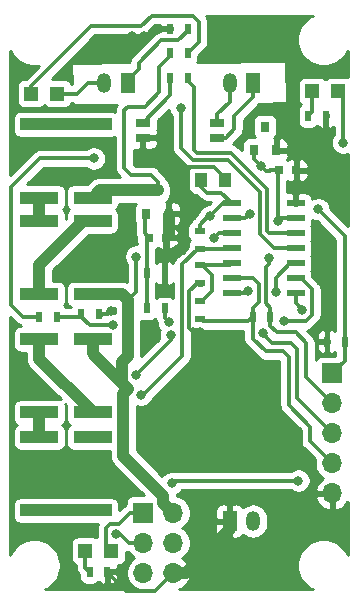
<source format=gbr>
G04 #@! TF.GenerationSoftware,KiCad,Pcbnew,5.1.5-52549c5~84~ubuntu18.04.1*
G04 #@! TF.CreationDate,2020-01-13T19:03:02+01:00*
G04 #@! TF.ProjectId,v4,76342e6b-6963-4616-945f-706362585858,rev?*
G04 #@! TF.SameCoordinates,Original*
G04 #@! TF.FileFunction,Copper,L1,Top*
G04 #@! TF.FilePolarity,Positive*
%FSLAX46Y46*%
G04 Gerber Fmt 4.6, Leading zero omitted, Abs format (unit mm)*
G04 Created by KiCad (PCBNEW 5.1.5-52549c5~84~ubuntu18.04.1) date 2020-01-13 19:03:02*
%MOMM*%
%LPD*%
G04 APERTURE LIST*
%ADD10R,1.200000X1.200000*%
%ADD11R,1.000000X1.250000*%
%ADD12R,1.300000X0.800000*%
%ADD13R,1.200000X1.700000*%
%ADD14O,1.200000X1.700000*%
%ADD15R,0.500000X0.900000*%
%ADD16R,0.900000X0.500000*%
%ADD17R,0.800000X0.750000*%
%ADD18R,1.700000X1.700000*%
%ADD19O,1.700000X1.700000*%
%ADD20R,1.500000X0.600000*%
%ADD21R,0.800000X0.900000*%
%ADD22R,3.200000X1.000000*%
%ADD23C,0.800000*%
%ADD24C,0.300000*%
%ADD25C,1.000000*%
%ADD26C,0.254000*%
G04 APERTURE END LIST*
D10*
X111217600Y-93987600D03*
X109017600Y-93987600D03*
D11*
X118817600Y-62587600D03*
X120817600Y-62587600D03*
D10*
X106617600Y-55287600D03*
X104417600Y-55287600D03*
D12*
X113867600Y-57747600D03*
X113867600Y-59027600D03*
X120167600Y-59027600D03*
X120167600Y-57747600D03*
D10*
X130417600Y-55087600D03*
X128217600Y-55087600D03*
D13*
X123217600Y-54387600D03*
D14*
X121217600Y-54387600D03*
D15*
X110867600Y-95787600D03*
X109367600Y-95787600D03*
X130967600Y-76287600D03*
X129467600Y-76287600D03*
X108667600Y-73987600D03*
X110167600Y-73987600D03*
X105067600Y-74187600D03*
X106567600Y-74187600D03*
X129367600Y-57187600D03*
X127867600Y-57187600D03*
X116167600Y-51887600D03*
X117667600Y-51887600D03*
X116167600Y-49787600D03*
X117667600Y-49787600D03*
X114217600Y-70487600D03*
X115717600Y-70487600D03*
X114217600Y-73487600D03*
X115717600Y-73487600D03*
X116167600Y-53987600D03*
X117667600Y-53987600D03*
D16*
X118717600Y-69837600D03*
X118717600Y-71337600D03*
X118717600Y-74337600D03*
X118717600Y-72837600D03*
D15*
X123167600Y-74187600D03*
X124667600Y-74187600D03*
D16*
X118717600Y-66937600D03*
X118717600Y-68437600D03*
D17*
X115867600Y-67487600D03*
X114367600Y-67487600D03*
X126867600Y-61787600D03*
X125367600Y-61787600D03*
D18*
X129917600Y-78987600D03*
D19*
X129917600Y-81527600D03*
X129917600Y-84067600D03*
X129917600Y-86607600D03*
X129917600Y-89147600D03*
D18*
X113917600Y-90787600D03*
D19*
X116457600Y-90787600D03*
X113917600Y-93327600D03*
X116457600Y-93327600D03*
X113917600Y-95867600D03*
X116457600Y-95867600D03*
D13*
X121217600Y-91487600D03*
D14*
X123217600Y-91487600D03*
D20*
X121417600Y-64577600D03*
X121417600Y-65847600D03*
X121417600Y-67117600D03*
X121417600Y-68387600D03*
X121417600Y-69657600D03*
X121417600Y-70927600D03*
X121417600Y-72197600D03*
X126817600Y-72197600D03*
X126817600Y-70927600D03*
X126817600Y-69657600D03*
X126817600Y-68387600D03*
X126817600Y-67117600D03*
X126817600Y-65847600D03*
X126817600Y-64577600D03*
D13*
X112617600Y-54387600D03*
D14*
X110617600Y-54387600D03*
D21*
X123267600Y-60087600D03*
X125167600Y-60087600D03*
X124217600Y-58087600D03*
X114167600Y-65487600D03*
X116067600Y-65487600D03*
X115117600Y-63487600D03*
D22*
X109617600Y-72287600D03*
X109617600Y-66087600D03*
X109617600Y-76087600D03*
X109617600Y-82287600D03*
X105117600Y-72287600D03*
X105117600Y-66087600D03*
X105117600Y-76087600D03*
X105117600Y-82287600D03*
X105117600Y-64099200D03*
X105117600Y-57899200D03*
X105117600Y-84387600D03*
X105117600Y-90587600D03*
X109617600Y-57899200D03*
X109617600Y-64099200D03*
X109617600Y-90587600D03*
X109617600Y-84387600D03*
D23*
X112717600Y-67287600D03*
X111219064Y-73686136D03*
X119117600Y-86987600D03*
X120217600Y-86987600D03*
X121317600Y-86987600D03*
X122417600Y-86987600D03*
X117317600Y-68187600D03*
X106417600Y-62137610D03*
X119817600Y-51587600D03*
X119817600Y-49187600D03*
X104417600Y-59587600D03*
X108612556Y-62142654D03*
X116517600Y-68787600D03*
X118717600Y-75487600D03*
X114017600Y-75887600D03*
X117801870Y-86908949D03*
X112917600Y-50437610D03*
X113934889Y-50409368D03*
X128917600Y-74887600D03*
X117517600Y-61687600D03*
X113317600Y-69087600D03*
X119517596Y-65687600D03*
X117117600Y-56553279D03*
X109617635Y-64099235D03*
X109617631Y-84387631D03*
X124517600Y-69187600D03*
X125316827Y-66080902D03*
X123867592Y-61437608D03*
X109717600Y-60787600D03*
X125117600Y-72087600D03*
X116075647Y-74624439D03*
X122917598Y-65487602D03*
X128717618Y-65087600D03*
X119917600Y-67487600D03*
X124017610Y-75587594D03*
X113717600Y-80787600D03*
X122817578Y-71987598D03*
X130817610Y-59447358D03*
X127367579Y-73606829D03*
X127037787Y-88069510D03*
X116317600Y-88287600D03*
X111317600Y-74887600D03*
X113317600Y-79087600D03*
X125817600Y-74587604D03*
X116243643Y-75711547D03*
X111617608Y-92587620D03*
D24*
X112467600Y-97387600D02*
X110867600Y-95787600D01*
X116457600Y-95867600D02*
X114937600Y-97387600D01*
X114937600Y-97387600D02*
X112467600Y-97387600D01*
X117317600Y-68187600D02*
X117317600Y-68787600D01*
D25*
X117487600Y-95867600D02*
X116457600Y-95867600D01*
X121217600Y-91487600D02*
X121217600Y-92137600D01*
X121217600Y-92137600D02*
X117487600Y-95867600D01*
X116717600Y-68787600D02*
X116517600Y-68787600D01*
X117317600Y-68187600D02*
X116717600Y-68787600D01*
D24*
X115717600Y-67637600D02*
X115867600Y-67487600D01*
X115717600Y-70487600D02*
X115717600Y-67637600D01*
X115867600Y-67487600D02*
X116117600Y-67237600D01*
X116117600Y-65537600D02*
X116067600Y-65487600D01*
D25*
X116117600Y-67237600D02*
X116117600Y-65537600D01*
D24*
X118517600Y-71337600D02*
X117817599Y-72037601D01*
X118717600Y-71337600D02*
X118517600Y-71337600D01*
X117817599Y-72037601D02*
X117817599Y-75153284D01*
X118151915Y-75487600D02*
X118717600Y-75487600D01*
X117817599Y-75153284D02*
X118151915Y-75487600D01*
X110917600Y-73987600D02*
X111219064Y-73686136D01*
X110167600Y-73987600D02*
X110917600Y-73987600D01*
X129467600Y-75437600D02*
X129317599Y-75287599D01*
X129317599Y-75287599D02*
X128917600Y-74887600D01*
X129467600Y-76287600D02*
X129467600Y-75437600D01*
X120567600Y-62587600D02*
X120817600Y-62587600D01*
X119867599Y-61512599D02*
X117692601Y-61512599D01*
X117692601Y-61512599D02*
X117517600Y-61687600D01*
X120817600Y-62462600D02*
X119867599Y-61512599D01*
X120817600Y-62587600D02*
X120817600Y-62462600D01*
D25*
X112617600Y-80287600D02*
X109717600Y-77387600D01*
D24*
X113317600Y-69653285D02*
X113317600Y-69087600D01*
X112617600Y-72787600D02*
X113317600Y-72087600D01*
X113317600Y-72087600D02*
X113317600Y-69653285D01*
D25*
X112117600Y-72287600D02*
X112617600Y-72787600D01*
X109617600Y-72287600D02*
X112117600Y-72287600D01*
X109617600Y-77287600D02*
X109717600Y-77387600D01*
X109617600Y-76087600D02*
X109617600Y-77287600D01*
X112617600Y-72787600D02*
X112617600Y-77511594D01*
X112617600Y-77511594D02*
X112117596Y-78011598D01*
X112117596Y-78011598D02*
X112117596Y-79787596D01*
X112117596Y-79787596D02*
X112617600Y-80287600D01*
D24*
X119417600Y-65687600D02*
X119517596Y-65687600D01*
X118717600Y-66387600D02*
X119417600Y-65687600D01*
X118717600Y-66937600D02*
X118717600Y-66387600D01*
X120627596Y-64577600D02*
X119517596Y-65687600D01*
X121417600Y-64577600D02*
X120627596Y-64577600D01*
D25*
X116457600Y-90787600D02*
X115607601Y-89937601D01*
X115607601Y-89937601D02*
X115607601Y-89353603D01*
X112217601Y-85963603D02*
X112217601Y-80687599D01*
X115607601Y-89353603D02*
X112217601Y-85963603D01*
X112217601Y-80687599D02*
X112617600Y-80287600D01*
D24*
X108317600Y-55287600D02*
X106617600Y-55287600D01*
X110617600Y-54387600D02*
X109217600Y-54387600D01*
X109217600Y-54387600D02*
X108317600Y-55287600D01*
X120527600Y-63687600D02*
X121417600Y-64577600D01*
X119317600Y-63687600D02*
X120527600Y-63687600D01*
X118817600Y-62587600D02*
X118817600Y-63187600D01*
X118817600Y-63187600D02*
X119317600Y-63687600D01*
X113517600Y-52667598D02*
X113517600Y-53237600D01*
X117667600Y-49787600D02*
X117667600Y-49987600D01*
X117667600Y-49987600D02*
X116867601Y-50787599D01*
X115397599Y-50787599D02*
X113517600Y-52667598D01*
X112617600Y-54137600D02*
X112617600Y-54387600D01*
X113517600Y-53237600D02*
X112617600Y-54137600D01*
X116867601Y-50787599D02*
X115397599Y-50787599D01*
X118109067Y-60912588D02*
X117117600Y-59921121D01*
X123767602Y-63602600D02*
X121077590Y-60912588D01*
X126817600Y-68387600D02*
X125011053Y-68387600D01*
X117117600Y-59921121D02*
X117117600Y-57118964D01*
X123767602Y-67144148D02*
X123767602Y-63602600D01*
X125011053Y-68387600D02*
X123767602Y-67144148D01*
X121077590Y-60912588D02*
X118109067Y-60912588D01*
X117117600Y-57118964D02*
X117117600Y-56553279D01*
X123167600Y-73437600D02*
X123167600Y-74187600D01*
X123667588Y-72937612D02*
X123167600Y-73437600D01*
X121417600Y-70927600D02*
X123164121Y-70927600D01*
X123164121Y-70927600D02*
X123667588Y-71431067D01*
X123667588Y-71431067D02*
X123667588Y-72937612D01*
X118967600Y-74587600D02*
X118717600Y-74337600D01*
X123167600Y-74187600D02*
X122767600Y-74587600D01*
X122767600Y-74587600D02*
X118967600Y-74587600D01*
X129067601Y-85757601D02*
X129917600Y-86607600D01*
X123167600Y-76037600D02*
X124260896Y-77130896D01*
X128017600Y-84707600D02*
X129067601Y-85757601D01*
X123167600Y-74187600D02*
X123167600Y-76037600D01*
X124260896Y-77130896D02*
X125774304Y-77130896D01*
X125774304Y-77130896D02*
X126217600Y-77574192D01*
X126217600Y-77574192D02*
X126217600Y-81687600D01*
X128017600Y-83487600D02*
X128017600Y-84707600D01*
X126217600Y-81687600D02*
X128017600Y-83487600D01*
X116167600Y-55447600D02*
X113867600Y-57747600D01*
X116167600Y-53987600D02*
X116167600Y-55447600D01*
X124589597Y-67117600D02*
X124367613Y-66895616D01*
X121326122Y-60312577D02*
X118484573Y-60312577D01*
X118217600Y-60045604D02*
X118217600Y-54737600D01*
X117667600Y-54187600D02*
X117667600Y-53987600D01*
X124367613Y-63354068D02*
X121326122Y-60312577D01*
X124367613Y-66895616D02*
X124367613Y-63354068D01*
X118484573Y-60312577D02*
X118217600Y-60045604D01*
X126817600Y-67117600D02*
X124589597Y-67117600D01*
X118217600Y-54737600D02*
X117667600Y-54187600D01*
D25*
X108817600Y-66087600D02*
X109617600Y-66087600D01*
X105117600Y-72287600D02*
X105117600Y-69787600D01*
X105117600Y-69787600D02*
X108817600Y-66087600D01*
X105117600Y-77787600D02*
X109617600Y-82287600D01*
X105117600Y-76087600D02*
X105117600Y-77787600D01*
X105117600Y-66087600D02*
X105117600Y-64099200D01*
X105117600Y-82287600D02*
X105117600Y-84387600D01*
X105117600Y-57899200D02*
X109617600Y-57899200D01*
X105117600Y-90587600D02*
X109617600Y-90587600D01*
X110229200Y-63487600D02*
X109617600Y-64099200D01*
X115117600Y-63487600D02*
X110229200Y-63487600D01*
X109617600Y-64099200D02*
X109617635Y-64099235D01*
X109617600Y-84387600D02*
X109617631Y-84387631D01*
D24*
X115117600Y-62737600D02*
X115117600Y-63487600D01*
X114567600Y-62187600D02*
X115117600Y-62737600D01*
X112912598Y-62187600D02*
X114567600Y-62187600D01*
X112317600Y-61592602D02*
X112912598Y-62187600D01*
X112317600Y-56682598D02*
X112317600Y-61592602D01*
X112612598Y-56387600D02*
X112317600Y-56682598D01*
X114017600Y-56387600D02*
X112612598Y-56387600D01*
X116167600Y-51887600D02*
X116167600Y-52117598D01*
X116167600Y-52117598D02*
X115267599Y-53017599D01*
X115267599Y-53017599D02*
X115267599Y-55137601D01*
X115267599Y-55137601D02*
X114017600Y-56387600D01*
X109517600Y-49587600D02*
X104417600Y-54687600D01*
X118617600Y-50937600D02*
X118617600Y-49227598D01*
X104417600Y-54687600D02*
X104417600Y-55287600D01*
X117667600Y-51887600D02*
X118617600Y-50937600D01*
X118617600Y-49227598D02*
X118077602Y-48687600D01*
X118077602Y-48687600D02*
X114617600Y-48687600D01*
X114617600Y-48687600D02*
X113717600Y-49587600D01*
X113717600Y-49587600D02*
X109517600Y-49587600D01*
X127967600Y-57187600D02*
X127867600Y-57187600D01*
X128217600Y-56837600D02*
X128217600Y-55087600D01*
X127867600Y-57187600D02*
X128217600Y-56837600D01*
X126817600Y-65847600D02*
X125550129Y-65847600D01*
X125550129Y-65847600D02*
X125316827Y-66080902D01*
X124517600Y-69753285D02*
X124517600Y-69187600D01*
X124267599Y-70003286D02*
X124517600Y-69753285D01*
X124267599Y-73037599D02*
X124267599Y-70003286D01*
X124667600Y-74187600D02*
X124667600Y-73437600D01*
X124667600Y-73437600D02*
X124267599Y-73037599D01*
X125316827Y-61838373D02*
X125367600Y-61787600D01*
X124667600Y-61787600D02*
X125367600Y-61787600D01*
X124267591Y-61837607D02*
X123867592Y-61437608D01*
X124617593Y-61837607D02*
X124267591Y-61837607D01*
X124667600Y-61787600D02*
X124617593Y-61837607D01*
X123267600Y-60837616D02*
X123867592Y-61437608D01*
X123267600Y-60087600D02*
X123267600Y-60837616D01*
X125316827Y-66080902D02*
X125316827Y-61838373D01*
X109151915Y-60787600D02*
X109717600Y-60787600D01*
X105159198Y-60787600D02*
X109151915Y-60787600D01*
X102717600Y-63229198D02*
X105159198Y-60787600D01*
X102717600Y-73157602D02*
X102717600Y-63229198D01*
X105067600Y-74187600D02*
X103747598Y-74187600D01*
X103747598Y-74187600D02*
X102717600Y-73157602D01*
X129067601Y-80677601D02*
X129917600Y-81527600D01*
X124667600Y-74937600D02*
X125217600Y-75487600D01*
X124667600Y-74187600D02*
X124667600Y-74937600D01*
X125217600Y-75487600D02*
X126817600Y-75487600D01*
X126817600Y-75487600D02*
X127717600Y-76387600D01*
X127717600Y-76387600D02*
X127717600Y-79327600D01*
X127717600Y-79327600D02*
X129067601Y-80677601D01*
X125117600Y-71521915D02*
X125117600Y-72087600D01*
X126817600Y-69657600D02*
X126367600Y-69657600D01*
X125117600Y-70907600D02*
X125117600Y-71521915D01*
X126367600Y-69657600D02*
X125117600Y-70907600D01*
X115717600Y-73487600D02*
X115717600Y-74266392D01*
X115717600Y-74266392D02*
X116075647Y-74624439D01*
X114217600Y-72737600D02*
X114217600Y-70487600D01*
X114217600Y-73487600D02*
X114217600Y-72737600D01*
X114217600Y-67637600D02*
X114367600Y-67487600D01*
X114217600Y-70487600D02*
X114217600Y-67637600D01*
X114017600Y-67137600D02*
X114367600Y-67487600D01*
X114167600Y-65487600D02*
X114017600Y-65637600D01*
X114017600Y-65637600D02*
X114017600Y-67137600D01*
X120877600Y-59027600D02*
X120167600Y-59027600D01*
X121617600Y-58287600D02*
X120877600Y-59027600D01*
X121617600Y-57169302D02*
X121617600Y-58287600D01*
X123217600Y-54387600D02*
X123217600Y-55569302D01*
X123217600Y-55569302D02*
X121617600Y-57169302D01*
X120167600Y-57037600D02*
X120167600Y-57747600D01*
X121217600Y-54387600D02*
X121217600Y-55987600D01*
X121217600Y-55987600D02*
X120167600Y-57037600D01*
X109017600Y-95437600D02*
X109017600Y-93987600D01*
X109367600Y-95787600D02*
X109017600Y-95437600D01*
X121417600Y-65847600D02*
X122557600Y-65847600D01*
X122557600Y-65847600D02*
X122917598Y-65487602D01*
X129117617Y-65487599D02*
X128717618Y-65087600D01*
X130967600Y-67337582D02*
X129117617Y-65487599D01*
X129917600Y-78987600D02*
X130967600Y-77937600D01*
X130967600Y-77937600D02*
X130967600Y-67337582D01*
X121417600Y-67117600D02*
X120287600Y-67117600D01*
X120287600Y-67117600D02*
X119917600Y-67487600D01*
X124417609Y-75987593D02*
X124017610Y-75587594D01*
X124817616Y-76387600D02*
X124417609Y-75987593D01*
X126417600Y-76387600D02*
X124817616Y-76387600D01*
X126917600Y-76887600D02*
X126417600Y-76387600D01*
X129917600Y-84067600D02*
X126917600Y-81067600D01*
X126917600Y-81067600D02*
X126917600Y-76887600D01*
X121367600Y-68437600D02*
X121417600Y-68387600D01*
X118717600Y-68437600D02*
X121367600Y-68437600D01*
X113917600Y-80787600D02*
X113717600Y-80787600D01*
X117217588Y-77487612D02*
X113917600Y-80787600D01*
X117217588Y-69737612D02*
X117217588Y-77487612D01*
X118717600Y-68437600D02*
X118517600Y-68437600D01*
X118517600Y-68437600D02*
X117217588Y-69737612D01*
X118917600Y-69837600D02*
X118717600Y-69837600D01*
X119717600Y-70637600D02*
X118917600Y-69837600D01*
X119717600Y-72037600D02*
X119717600Y-70637600D01*
X118717600Y-72837600D02*
X118917600Y-72837600D01*
X118917600Y-72837600D02*
X119717600Y-72037600D01*
X121237600Y-69837600D02*
X121417600Y-69657600D01*
X118717600Y-69837600D02*
X121237600Y-69837600D01*
X121417600Y-72197600D02*
X122607576Y-72197600D01*
X122607576Y-72197600D02*
X122817578Y-71987598D01*
X130817610Y-58881673D02*
X130817610Y-59447358D01*
X130817610Y-55087610D02*
X130817610Y-58881673D01*
X130417600Y-55087600D02*
X130817600Y-55087600D01*
X130817600Y-55087600D02*
X130817610Y-55087610D01*
X126817600Y-73056850D02*
X126967580Y-73206830D01*
X126967580Y-73206830D02*
X127367579Y-73606829D01*
X126817600Y-72197600D02*
X126817600Y-73056850D01*
X127037787Y-88069510D02*
X116535690Y-88069510D01*
X116535690Y-88069510D02*
X116317600Y-88287600D01*
X112767600Y-90787600D02*
X113917600Y-90787600D01*
X111817599Y-91737601D02*
X112767600Y-90787600D01*
X111109588Y-91737601D02*
X111817599Y-91737601D01*
X110767599Y-92079590D02*
X111109588Y-91737601D01*
X111217600Y-93987600D02*
X110767599Y-93537599D01*
X110767599Y-93537599D02*
X110767599Y-92079590D01*
X126817600Y-70927600D02*
X127267600Y-70927600D01*
X127267600Y-70927600D02*
X128217589Y-71877589D01*
X128217589Y-71877589D02*
X128217589Y-74021249D01*
X128217589Y-74021249D02*
X127651234Y-74587604D01*
X126383285Y-74587604D02*
X125817600Y-74587604D01*
X127651234Y-74587604D02*
X126383285Y-74587604D01*
X113317600Y-79087600D02*
X116243643Y-76161557D01*
X116243643Y-76161557D02*
X116243643Y-75711547D01*
X108467600Y-74187600D02*
X108667600Y-73987600D01*
X106567600Y-74187600D02*
X108467600Y-74187600D01*
X109557598Y-74887600D02*
X111317600Y-74887600D01*
X109367600Y-74887600D02*
X109557598Y-74887600D01*
X108667600Y-73987600D02*
X108667600Y-74187600D01*
X108667600Y-74187600D02*
X109367600Y-74887600D01*
X113917600Y-93327600D02*
X112715519Y-93327600D01*
X111975539Y-92587620D02*
X111617608Y-92587620D01*
X112715519Y-93327600D02*
X111975539Y-92587620D01*
D26*
G36*
X118023420Y-75177102D02*
G01*
X118143118Y-75213412D01*
X118267600Y-75225672D01*
X118507690Y-75225672D01*
X118529367Y-75243462D01*
X118665740Y-75316354D01*
X118785775Y-75352766D01*
X118813712Y-75361241D01*
X118828090Y-75362657D01*
X118929039Y-75372600D01*
X118929046Y-75372600D01*
X118967599Y-75376397D01*
X119006152Y-75372600D01*
X122382601Y-75372600D01*
X122382601Y-75999038D01*
X122378803Y-76037600D01*
X122393959Y-76191486D01*
X122438846Y-76339459D01*
X122464578Y-76387600D01*
X122511739Y-76475833D01*
X122544280Y-76515484D01*
X122585255Y-76565412D01*
X122585259Y-76565416D01*
X122609837Y-76595364D01*
X122639785Y-76619942D01*
X123678554Y-77658711D01*
X123703132Y-77688660D01*
X123733080Y-77713238D01*
X123733083Y-77713241D01*
X123751162Y-77728078D01*
X123822663Y-77786758D01*
X123959036Y-77859650D01*
X124107009Y-77904537D01*
X124222335Y-77915896D01*
X124222342Y-77915896D01*
X124260895Y-77919693D01*
X124299448Y-77915896D01*
X125432600Y-77915896D01*
X125432601Y-81649037D01*
X125428803Y-81687600D01*
X125443959Y-81841486D01*
X125488846Y-81989459D01*
X125488847Y-81989460D01*
X125561739Y-82125833D01*
X125602290Y-82175244D01*
X125635255Y-82215412D01*
X125635259Y-82215416D01*
X125659837Y-82245364D01*
X125689785Y-82269942D01*
X127232600Y-83812758D01*
X127232601Y-84669038D01*
X127228803Y-84707600D01*
X127243959Y-84861486D01*
X127288846Y-85009459D01*
X127295134Y-85021223D01*
X127361739Y-85145833D01*
X127389507Y-85179668D01*
X127435255Y-85235412D01*
X127435259Y-85235416D01*
X127459837Y-85265364D01*
X127489785Y-85289942D01*
X128470525Y-86270682D01*
X128432600Y-86461340D01*
X128432600Y-86753860D01*
X128489668Y-87040758D01*
X128601610Y-87311011D01*
X128764125Y-87554232D01*
X128970968Y-87761075D01*
X129153134Y-87882795D01*
X129036245Y-87952422D01*
X128820012Y-88147331D01*
X128645959Y-88380680D01*
X128520775Y-88643501D01*
X128476124Y-88790710D01*
X128597445Y-89020600D01*
X129790600Y-89020600D01*
X129790600Y-89000600D01*
X130044600Y-89000600D01*
X130044600Y-89020600D01*
X130064600Y-89020600D01*
X130064600Y-89274600D01*
X130044600Y-89274600D01*
X130044600Y-90468414D01*
X130274491Y-90589081D01*
X130548852Y-90491757D01*
X130798955Y-90342778D01*
X131015188Y-90147869D01*
X131189241Y-89914520D01*
X131207601Y-89875974D01*
X131207601Y-94322263D01*
X131148231Y-94178931D01*
X130903638Y-93812871D01*
X130592329Y-93501562D01*
X130226269Y-93256969D01*
X129819525Y-93088490D01*
X129387728Y-93002600D01*
X128947472Y-93002600D01*
X128515675Y-93088490D01*
X128108931Y-93256969D01*
X127742871Y-93501562D01*
X127431562Y-93812871D01*
X127186969Y-94178931D01*
X127018490Y-94585675D01*
X126932600Y-95017472D01*
X126932600Y-95457728D01*
X127018490Y-95889525D01*
X127186969Y-96296269D01*
X127431562Y-96662329D01*
X127742871Y-96973638D01*
X128108931Y-97218231D01*
X128252260Y-97277600D01*
X116903237Y-97277600D01*
X117088852Y-97211757D01*
X117338955Y-97062778D01*
X117555188Y-96867869D01*
X117729241Y-96634520D01*
X117854425Y-96371699D01*
X117899076Y-96224490D01*
X117777755Y-95994600D01*
X116584600Y-95994600D01*
X116584600Y-96014600D01*
X116330600Y-96014600D01*
X116330600Y-95994600D01*
X116310600Y-95994600D01*
X116310600Y-95740600D01*
X116330600Y-95740600D01*
X116330600Y-95720600D01*
X116584600Y-95720600D01*
X116584600Y-95740600D01*
X117777755Y-95740600D01*
X117899076Y-95510710D01*
X117854425Y-95363501D01*
X117729241Y-95100680D01*
X117555188Y-94867331D01*
X117338955Y-94672422D01*
X117222066Y-94602795D01*
X117404232Y-94481075D01*
X117611075Y-94274232D01*
X117773590Y-94031011D01*
X117885532Y-93760758D01*
X117942600Y-93473860D01*
X117942600Y-93181340D01*
X117885532Y-92894442D01*
X117773590Y-92624189D01*
X117611075Y-92380968D01*
X117567707Y-92337600D01*
X119979528Y-92337600D01*
X119991788Y-92462082D01*
X120028098Y-92581780D01*
X120087063Y-92692094D01*
X120166415Y-92788785D01*
X120263106Y-92868137D01*
X120373420Y-92927102D01*
X120493118Y-92963412D01*
X120617600Y-92975672D01*
X120931850Y-92972600D01*
X121090600Y-92813850D01*
X121090600Y-91614600D01*
X120141350Y-91614600D01*
X119982600Y-91773350D01*
X119979528Y-92337600D01*
X117567707Y-92337600D01*
X117404232Y-92174125D01*
X117229840Y-92057600D01*
X117404232Y-91941075D01*
X117611075Y-91734232D01*
X117773590Y-91491011D01*
X117885532Y-91220758D01*
X117942600Y-90933860D01*
X117942600Y-90641340D01*
X117941857Y-90637600D01*
X119979528Y-90637600D01*
X119982600Y-91201850D01*
X120141350Y-91360600D01*
X121090600Y-91360600D01*
X121090600Y-90161350D01*
X121344600Y-90161350D01*
X121344600Y-91360600D01*
X121364600Y-91360600D01*
X121364600Y-91614600D01*
X121344600Y-91614600D01*
X121344600Y-92813850D01*
X121503350Y-92972600D01*
X121817600Y-92975672D01*
X121942082Y-92963412D01*
X122061780Y-92927102D01*
X122172094Y-92868137D01*
X122268785Y-92788785D01*
X122348137Y-92692094D01*
X122374292Y-92643163D01*
X122528152Y-92769433D01*
X122742700Y-92884111D01*
X122975499Y-92954730D01*
X123217600Y-92978575D01*
X123459702Y-92954730D01*
X123692501Y-92884111D01*
X123907049Y-92769433D01*
X124095102Y-92615102D01*
X124249433Y-92427049D01*
X124364111Y-92212500D01*
X124434730Y-91979701D01*
X124452600Y-91798264D01*
X124452600Y-91176935D01*
X124434730Y-90995498D01*
X124364111Y-90762699D01*
X124249433Y-90548151D01*
X124095102Y-90360098D01*
X123907048Y-90205767D01*
X123692500Y-90091089D01*
X123459701Y-90020470D01*
X123217600Y-89996625D01*
X122975498Y-90020470D01*
X122742699Y-90091089D01*
X122528151Y-90205767D01*
X122374291Y-90332036D01*
X122348137Y-90283106D01*
X122268785Y-90186415D01*
X122172094Y-90107063D01*
X122061780Y-90048098D01*
X121942082Y-90011788D01*
X121817600Y-89999528D01*
X121503350Y-90002600D01*
X121344600Y-90161350D01*
X121090600Y-90161350D01*
X120931850Y-90002600D01*
X120617600Y-89999528D01*
X120493118Y-90011788D01*
X120373420Y-90048098D01*
X120263106Y-90107063D01*
X120166415Y-90186415D01*
X120087063Y-90283106D01*
X120028098Y-90393420D01*
X119991788Y-90513118D01*
X119979528Y-90637600D01*
X117941857Y-90637600D01*
X117885532Y-90354442D01*
X117773590Y-90084189D01*
X117611075Y-89840968D01*
X117404232Y-89634125D01*
X117210220Y-89504490D01*
X128476124Y-89504490D01*
X128520775Y-89651699D01*
X128645959Y-89914520D01*
X128820012Y-90147869D01*
X129036245Y-90342778D01*
X129286348Y-90491757D01*
X129560709Y-90589081D01*
X129790600Y-90468414D01*
X129790600Y-89274600D01*
X128597445Y-89274600D01*
X128476124Y-89504490D01*
X117210220Y-89504490D01*
X117161011Y-89471610D01*
X116890758Y-89359668D01*
X116745850Y-89330844D01*
X116736354Y-89234422D01*
X116807856Y-89204805D01*
X116977374Y-89091537D01*
X117121537Y-88947374D01*
X117183587Y-88854510D01*
X126359076Y-88854510D01*
X126378013Y-88873447D01*
X126547531Y-88986715D01*
X126735889Y-89064736D01*
X126935848Y-89104510D01*
X127139726Y-89104510D01*
X127339685Y-89064736D01*
X127528043Y-88986715D01*
X127697561Y-88873447D01*
X127841724Y-88729284D01*
X127954992Y-88559766D01*
X128033013Y-88371408D01*
X128072787Y-88171449D01*
X128072787Y-87967571D01*
X128033013Y-87767612D01*
X127954992Y-87579254D01*
X127841724Y-87409736D01*
X127697561Y-87265573D01*
X127528043Y-87152305D01*
X127339685Y-87074284D01*
X127139726Y-87034510D01*
X126935848Y-87034510D01*
X126735889Y-87074284D01*
X126547531Y-87152305D01*
X126378013Y-87265573D01*
X126359076Y-87284510D01*
X116579963Y-87284510D01*
X116419539Y-87252600D01*
X116215661Y-87252600D01*
X116015702Y-87292374D01*
X115827344Y-87370395D01*
X115657826Y-87483663D01*
X115513663Y-87627826D01*
X115502966Y-87643836D01*
X113352601Y-85493472D01*
X113352601Y-81756689D01*
X113415702Y-81782826D01*
X113615661Y-81822600D01*
X113819539Y-81822600D01*
X114019498Y-81782826D01*
X114207856Y-81704805D01*
X114377374Y-81591537D01*
X114521537Y-81447374D01*
X114634805Y-81277856D01*
X114703610Y-81111747D01*
X117745398Y-78069959D01*
X117775352Y-78045376D01*
X117873450Y-77925845D01*
X117946342Y-77789472D01*
X117964966Y-77728078D01*
X117991230Y-77641499D01*
X117998754Y-77565102D01*
X118002588Y-77526173D01*
X118002588Y-77526168D01*
X118006385Y-77487612D01*
X118002588Y-77449056D01*
X118002588Y-75165967D01*
X118023420Y-75177102D01*
G37*
X118023420Y-75177102D02*
X118143118Y-75213412D01*
X118267600Y-75225672D01*
X118507690Y-75225672D01*
X118529367Y-75243462D01*
X118665740Y-75316354D01*
X118785775Y-75352766D01*
X118813712Y-75361241D01*
X118828090Y-75362657D01*
X118929039Y-75372600D01*
X118929046Y-75372600D01*
X118967599Y-75376397D01*
X119006152Y-75372600D01*
X122382601Y-75372600D01*
X122382601Y-75999038D01*
X122378803Y-76037600D01*
X122393959Y-76191486D01*
X122438846Y-76339459D01*
X122464578Y-76387600D01*
X122511739Y-76475833D01*
X122544280Y-76515484D01*
X122585255Y-76565412D01*
X122585259Y-76565416D01*
X122609837Y-76595364D01*
X122639785Y-76619942D01*
X123678554Y-77658711D01*
X123703132Y-77688660D01*
X123733080Y-77713238D01*
X123733083Y-77713241D01*
X123751162Y-77728078D01*
X123822663Y-77786758D01*
X123959036Y-77859650D01*
X124107009Y-77904537D01*
X124222335Y-77915896D01*
X124222342Y-77915896D01*
X124260895Y-77919693D01*
X124299448Y-77915896D01*
X125432600Y-77915896D01*
X125432601Y-81649037D01*
X125428803Y-81687600D01*
X125443959Y-81841486D01*
X125488846Y-81989459D01*
X125488847Y-81989460D01*
X125561739Y-82125833D01*
X125602290Y-82175244D01*
X125635255Y-82215412D01*
X125635259Y-82215416D01*
X125659837Y-82245364D01*
X125689785Y-82269942D01*
X127232600Y-83812758D01*
X127232601Y-84669038D01*
X127228803Y-84707600D01*
X127243959Y-84861486D01*
X127288846Y-85009459D01*
X127295134Y-85021223D01*
X127361739Y-85145833D01*
X127389507Y-85179668D01*
X127435255Y-85235412D01*
X127435259Y-85235416D01*
X127459837Y-85265364D01*
X127489785Y-85289942D01*
X128470525Y-86270682D01*
X128432600Y-86461340D01*
X128432600Y-86753860D01*
X128489668Y-87040758D01*
X128601610Y-87311011D01*
X128764125Y-87554232D01*
X128970968Y-87761075D01*
X129153134Y-87882795D01*
X129036245Y-87952422D01*
X128820012Y-88147331D01*
X128645959Y-88380680D01*
X128520775Y-88643501D01*
X128476124Y-88790710D01*
X128597445Y-89020600D01*
X129790600Y-89020600D01*
X129790600Y-89000600D01*
X130044600Y-89000600D01*
X130044600Y-89020600D01*
X130064600Y-89020600D01*
X130064600Y-89274600D01*
X130044600Y-89274600D01*
X130044600Y-90468414D01*
X130274491Y-90589081D01*
X130548852Y-90491757D01*
X130798955Y-90342778D01*
X131015188Y-90147869D01*
X131189241Y-89914520D01*
X131207601Y-89875974D01*
X131207601Y-94322263D01*
X131148231Y-94178931D01*
X130903638Y-93812871D01*
X130592329Y-93501562D01*
X130226269Y-93256969D01*
X129819525Y-93088490D01*
X129387728Y-93002600D01*
X128947472Y-93002600D01*
X128515675Y-93088490D01*
X128108931Y-93256969D01*
X127742871Y-93501562D01*
X127431562Y-93812871D01*
X127186969Y-94178931D01*
X127018490Y-94585675D01*
X126932600Y-95017472D01*
X126932600Y-95457728D01*
X127018490Y-95889525D01*
X127186969Y-96296269D01*
X127431562Y-96662329D01*
X127742871Y-96973638D01*
X128108931Y-97218231D01*
X128252260Y-97277600D01*
X116903237Y-97277600D01*
X117088852Y-97211757D01*
X117338955Y-97062778D01*
X117555188Y-96867869D01*
X117729241Y-96634520D01*
X117854425Y-96371699D01*
X117899076Y-96224490D01*
X117777755Y-95994600D01*
X116584600Y-95994600D01*
X116584600Y-96014600D01*
X116330600Y-96014600D01*
X116330600Y-95994600D01*
X116310600Y-95994600D01*
X116310600Y-95740600D01*
X116330600Y-95740600D01*
X116330600Y-95720600D01*
X116584600Y-95720600D01*
X116584600Y-95740600D01*
X117777755Y-95740600D01*
X117899076Y-95510710D01*
X117854425Y-95363501D01*
X117729241Y-95100680D01*
X117555188Y-94867331D01*
X117338955Y-94672422D01*
X117222066Y-94602795D01*
X117404232Y-94481075D01*
X117611075Y-94274232D01*
X117773590Y-94031011D01*
X117885532Y-93760758D01*
X117942600Y-93473860D01*
X117942600Y-93181340D01*
X117885532Y-92894442D01*
X117773590Y-92624189D01*
X117611075Y-92380968D01*
X117567707Y-92337600D01*
X119979528Y-92337600D01*
X119991788Y-92462082D01*
X120028098Y-92581780D01*
X120087063Y-92692094D01*
X120166415Y-92788785D01*
X120263106Y-92868137D01*
X120373420Y-92927102D01*
X120493118Y-92963412D01*
X120617600Y-92975672D01*
X120931850Y-92972600D01*
X121090600Y-92813850D01*
X121090600Y-91614600D01*
X120141350Y-91614600D01*
X119982600Y-91773350D01*
X119979528Y-92337600D01*
X117567707Y-92337600D01*
X117404232Y-92174125D01*
X117229840Y-92057600D01*
X117404232Y-91941075D01*
X117611075Y-91734232D01*
X117773590Y-91491011D01*
X117885532Y-91220758D01*
X117942600Y-90933860D01*
X117942600Y-90641340D01*
X117941857Y-90637600D01*
X119979528Y-90637600D01*
X119982600Y-91201850D01*
X120141350Y-91360600D01*
X121090600Y-91360600D01*
X121090600Y-90161350D01*
X121344600Y-90161350D01*
X121344600Y-91360600D01*
X121364600Y-91360600D01*
X121364600Y-91614600D01*
X121344600Y-91614600D01*
X121344600Y-92813850D01*
X121503350Y-92972600D01*
X121817600Y-92975672D01*
X121942082Y-92963412D01*
X122061780Y-92927102D01*
X122172094Y-92868137D01*
X122268785Y-92788785D01*
X122348137Y-92692094D01*
X122374292Y-92643163D01*
X122528152Y-92769433D01*
X122742700Y-92884111D01*
X122975499Y-92954730D01*
X123217600Y-92978575D01*
X123459702Y-92954730D01*
X123692501Y-92884111D01*
X123907049Y-92769433D01*
X124095102Y-92615102D01*
X124249433Y-92427049D01*
X124364111Y-92212500D01*
X124434730Y-91979701D01*
X124452600Y-91798264D01*
X124452600Y-91176935D01*
X124434730Y-90995498D01*
X124364111Y-90762699D01*
X124249433Y-90548151D01*
X124095102Y-90360098D01*
X123907048Y-90205767D01*
X123692500Y-90091089D01*
X123459701Y-90020470D01*
X123217600Y-89996625D01*
X122975498Y-90020470D01*
X122742699Y-90091089D01*
X122528151Y-90205767D01*
X122374291Y-90332036D01*
X122348137Y-90283106D01*
X122268785Y-90186415D01*
X122172094Y-90107063D01*
X122061780Y-90048098D01*
X121942082Y-90011788D01*
X121817600Y-89999528D01*
X121503350Y-90002600D01*
X121344600Y-90161350D01*
X121090600Y-90161350D01*
X120931850Y-90002600D01*
X120617600Y-89999528D01*
X120493118Y-90011788D01*
X120373420Y-90048098D01*
X120263106Y-90107063D01*
X120166415Y-90186415D01*
X120087063Y-90283106D01*
X120028098Y-90393420D01*
X119991788Y-90513118D01*
X119979528Y-90637600D01*
X117941857Y-90637600D01*
X117885532Y-90354442D01*
X117773590Y-90084189D01*
X117611075Y-89840968D01*
X117404232Y-89634125D01*
X117210220Y-89504490D01*
X128476124Y-89504490D01*
X128520775Y-89651699D01*
X128645959Y-89914520D01*
X128820012Y-90147869D01*
X129036245Y-90342778D01*
X129286348Y-90491757D01*
X129560709Y-90589081D01*
X129790600Y-90468414D01*
X129790600Y-89274600D01*
X128597445Y-89274600D01*
X128476124Y-89504490D01*
X117210220Y-89504490D01*
X117161011Y-89471610D01*
X116890758Y-89359668D01*
X116745850Y-89330844D01*
X116736354Y-89234422D01*
X116807856Y-89204805D01*
X116977374Y-89091537D01*
X117121537Y-88947374D01*
X117183587Y-88854510D01*
X126359076Y-88854510D01*
X126378013Y-88873447D01*
X126547531Y-88986715D01*
X126735889Y-89064736D01*
X126935848Y-89104510D01*
X127139726Y-89104510D01*
X127339685Y-89064736D01*
X127528043Y-88986715D01*
X127697561Y-88873447D01*
X127841724Y-88729284D01*
X127954992Y-88559766D01*
X128033013Y-88371408D01*
X128072787Y-88171449D01*
X128072787Y-87967571D01*
X128033013Y-87767612D01*
X127954992Y-87579254D01*
X127841724Y-87409736D01*
X127697561Y-87265573D01*
X127528043Y-87152305D01*
X127339685Y-87074284D01*
X127139726Y-87034510D01*
X126935848Y-87034510D01*
X126735889Y-87074284D01*
X126547531Y-87152305D01*
X126378013Y-87265573D01*
X126359076Y-87284510D01*
X116579963Y-87284510D01*
X116419539Y-87252600D01*
X116215661Y-87252600D01*
X116015702Y-87292374D01*
X115827344Y-87370395D01*
X115657826Y-87483663D01*
X115513663Y-87627826D01*
X115502966Y-87643836D01*
X113352601Y-85493472D01*
X113352601Y-81756689D01*
X113415702Y-81782826D01*
X113615661Y-81822600D01*
X113819539Y-81822600D01*
X114019498Y-81782826D01*
X114207856Y-81704805D01*
X114377374Y-81591537D01*
X114521537Y-81447374D01*
X114634805Y-81277856D01*
X114703610Y-81111747D01*
X117745398Y-78069959D01*
X117775352Y-78045376D01*
X117873450Y-77925845D01*
X117946342Y-77789472D01*
X117964966Y-77728078D01*
X117991230Y-77641499D01*
X117998754Y-77565102D01*
X118002588Y-77526173D01*
X118002588Y-77526168D01*
X118006385Y-77487612D01*
X118002588Y-77449056D01*
X118002588Y-75165967D01*
X118023420Y-75177102D01*
G36*
X103165255Y-74715415D02*
G01*
X103189834Y-74745364D01*
X103219782Y-74769942D01*
X103219785Y-74769945D01*
X103233313Y-74781047D01*
X103309365Y-74843462D01*
X103424973Y-74905255D01*
X103445738Y-74916354D01*
X103555098Y-74949528D01*
X103517600Y-74949528D01*
X103393118Y-74961788D01*
X103273420Y-74998098D01*
X103163106Y-75057063D01*
X103066415Y-75136415D01*
X102987063Y-75233106D01*
X102928098Y-75343420D01*
X102891788Y-75463118D01*
X102879528Y-75587600D01*
X102879528Y-76587600D01*
X102891788Y-76712082D01*
X102928098Y-76831780D01*
X102987063Y-76942094D01*
X103066415Y-77038785D01*
X103163106Y-77118137D01*
X103273420Y-77177102D01*
X103393118Y-77213412D01*
X103517600Y-77225672D01*
X103982600Y-77225672D01*
X103982600Y-77731849D01*
X103977109Y-77787600D01*
X103999023Y-78010098D01*
X104063924Y-78224046D01*
X104112984Y-78315830D01*
X104169317Y-78421223D01*
X104311152Y-78594049D01*
X104354460Y-78629591D01*
X106906066Y-81181197D01*
X106842082Y-81161788D01*
X106717600Y-81149528D01*
X105142161Y-81149528D01*
X105117600Y-81147109D01*
X105093039Y-81149528D01*
X103517600Y-81149528D01*
X103393118Y-81161788D01*
X103273420Y-81198098D01*
X103163106Y-81257063D01*
X103066415Y-81336415D01*
X102987063Y-81433106D01*
X102928098Y-81543420D01*
X102891788Y-81663118D01*
X102879528Y-81787600D01*
X102879528Y-82787600D01*
X102891788Y-82912082D01*
X102928098Y-83031780D01*
X102987063Y-83142094D01*
X103066415Y-83238785D01*
X103163106Y-83318137D01*
X103199518Y-83337600D01*
X103163106Y-83357063D01*
X103066415Y-83436415D01*
X102987063Y-83533106D01*
X102928098Y-83643420D01*
X102891788Y-83763118D01*
X102879528Y-83887600D01*
X102879528Y-84887600D01*
X102891788Y-85012082D01*
X102928098Y-85131780D01*
X102987063Y-85242094D01*
X103066415Y-85338785D01*
X103163106Y-85418137D01*
X103273420Y-85477102D01*
X103393118Y-85513412D01*
X103517600Y-85525672D01*
X105093039Y-85525672D01*
X105117600Y-85528091D01*
X105142161Y-85525672D01*
X106717600Y-85525672D01*
X106842082Y-85513412D01*
X106961780Y-85477102D01*
X107072094Y-85418137D01*
X107168785Y-85338785D01*
X107248137Y-85242094D01*
X107307102Y-85131780D01*
X107343412Y-85012082D01*
X107355672Y-84887600D01*
X107355672Y-83887600D01*
X107343412Y-83763118D01*
X107307102Y-83643420D01*
X107248137Y-83533106D01*
X107168785Y-83436415D01*
X107072094Y-83357063D01*
X107035682Y-83337600D01*
X107072094Y-83318137D01*
X107168785Y-83238785D01*
X107248137Y-83142094D01*
X107307102Y-83031780D01*
X107343412Y-82912082D01*
X107355672Y-82787600D01*
X107355672Y-81787600D01*
X107343412Y-81663118D01*
X107324003Y-81599134D01*
X107391447Y-81666579D01*
X107379528Y-81787600D01*
X107379528Y-82787600D01*
X107391788Y-82912082D01*
X107428098Y-83031780D01*
X107487063Y-83142094D01*
X107566415Y-83238785D01*
X107663106Y-83318137D01*
X107699518Y-83337600D01*
X107663106Y-83357063D01*
X107566415Y-83436415D01*
X107487063Y-83533106D01*
X107428098Y-83643420D01*
X107391788Y-83763118D01*
X107379528Y-83887600D01*
X107379528Y-84887600D01*
X107391788Y-85012082D01*
X107428098Y-85131780D01*
X107487063Y-85242094D01*
X107566415Y-85338785D01*
X107663106Y-85418137D01*
X107773420Y-85477102D01*
X107893118Y-85513412D01*
X108017600Y-85525672D01*
X109592756Y-85525672D01*
X109617631Y-85528122D01*
X109642507Y-85525672D01*
X111082601Y-85525672D01*
X111082601Y-85907851D01*
X111077110Y-85963603D01*
X111082601Y-86019354D01*
X111099024Y-86186101D01*
X111163925Y-86400049D01*
X111269317Y-86597226D01*
X111411152Y-86770052D01*
X111454466Y-86805599D01*
X113948394Y-89299528D01*
X113067600Y-89299528D01*
X112943118Y-89311788D01*
X112823420Y-89348098D01*
X112713106Y-89407063D01*
X112616415Y-89486415D01*
X112537063Y-89583106D01*
X112478098Y-89693420D01*
X112441788Y-89813118D01*
X112429528Y-89937600D01*
X112429528Y-90078201D01*
X112329367Y-90131738D01*
X112269159Y-90181150D01*
X112239787Y-90205255D01*
X112239784Y-90205258D01*
X112209836Y-90229836D01*
X112185257Y-90259785D01*
X111855672Y-90589370D01*
X111855672Y-90087600D01*
X111843412Y-89963118D01*
X111807102Y-89843420D01*
X111748137Y-89733106D01*
X111668785Y-89636415D01*
X111572094Y-89557063D01*
X111461780Y-89498098D01*
X111342082Y-89461788D01*
X111217600Y-89449528D01*
X108017600Y-89449528D01*
X107986408Y-89452600D01*
X106748792Y-89452600D01*
X106717600Y-89449528D01*
X103517600Y-89449528D01*
X103393118Y-89461788D01*
X103273420Y-89498098D01*
X103163106Y-89557063D01*
X103066415Y-89636415D01*
X102987063Y-89733106D01*
X102928098Y-89843420D01*
X102891788Y-89963118D01*
X102879528Y-90087600D01*
X102879528Y-91087600D01*
X102891788Y-91212082D01*
X102928098Y-91331780D01*
X102987063Y-91442094D01*
X103066415Y-91538785D01*
X103163106Y-91618137D01*
X103273420Y-91677102D01*
X103393118Y-91713412D01*
X103517600Y-91725672D01*
X106717600Y-91725672D01*
X106748792Y-91722600D01*
X107986408Y-91722600D01*
X108017600Y-91725672D01*
X110066671Y-91725672D01*
X110038845Y-91777731D01*
X109993958Y-91925704D01*
X109978802Y-92079590D01*
X109982600Y-92118152D01*
X109982599Y-92865685D01*
X109972094Y-92857063D01*
X109861780Y-92798098D01*
X109742082Y-92761788D01*
X109617600Y-92749528D01*
X108417600Y-92749528D01*
X108293118Y-92761788D01*
X108173420Y-92798098D01*
X108063106Y-92857063D01*
X107966415Y-92936415D01*
X107887063Y-93033106D01*
X107828098Y-93143420D01*
X107791788Y-93263118D01*
X107779528Y-93387600D01*
X107779528Y-94587600D01*
X107791788Y-94712082D01*
X107828098Y-94831780D01*
X107887063Y-94942094D01*
X107966415Y-95038785D01*
X108063106Y-95118137D01*
X108173420Y-95177102D01*
X108232600Y-95195054D01*
X108232600Y-95399047D01*
X108228803Y-95437600D01*
X108232600Y-95476153D01*
X108232600Y-95476160D01*
X108243959Y-95591486D01*
X108288846Y-95739459D01*
X108361738Y-95875832D01*
X108459836Y-95995364D01*
X108479528Y-96011525D01*
X108479528Y-96237600D01*
X108491788Y-96362082D01*
X108528098Y-96481780D01*
X108587063Y-96592094D01*
X108666415Y-96688785D01*
X108763106Y-96768137D01*
X108873420Y-96827102D01*
X108993118Y-96863412D01*
X109117600Y-96875672D01*
X109617600Y-96875672D01*
X109742082Y-96863412D01*
X109861780Y-96827102D01*
X109972094Y-96768137D01*
X110068785Y-96688785D01*
X110117705Y-96629175D01*
X110157181Y-96679358D01*
X110252211Y-96760693D01*
X110361282Y-96821926D01*
X110480203Y-96860704D01*
X110585850Y-96872600D01*
X110744600Y-96713850D01*
X110744600Y-95914600D01*
X110990600Y-95914600D01*
X110990600Y-96713850D01*
X111149350Y-96872600D01*
X111254997Y-96860704D01*
X111373918Y-96821926D01*
X111482989Y-96760693D01*
X111578019Y-96679358D01*
X111655355Y-96581047D01*
X111712025Y-96469537D01*
X111745852Y-96349114D01*
X111755536Y-96224405D01*
X111752600Y-96073350D01*
X111593850Y-95914600D01*
X110990600Y-95914600D01*
X110744600Y-95914600D01*
X110720600Y-95914600D01*
X110720600Y-95660600D01*
X110744600Y-95660600D01*
X110744600Y-95640600D01*
X110990600Y-95640600D01*
X110990600Y-95660600D01*
X111593850Y-95660600D01*
X111752600Y-95501850D01*
X111755536Y-95350795D01*
X111745852Y-95226086D01*
X111745736Y-95225672D01*
X111817600Y-95225672D01*
X111942082Y-95213412D01*
X112061780Y-95177102D01*
X112172094Y-95118137D01*
X112268785Y-95038785D01*
X112348137Y-94942094D01*
X112407102Y-94831780D01*
X112443412Y-94712082D01*
X112455672Y-94587600D01*
X112455672Y-94069099D01*
X112561632Y-94101242D01*
X112636545Y-94108620D01*
X112654658Y-94110404D01*
X112764125Y-94274232D01*
X112970968Y-94481075D01*
X113145360Y-94597600D01*
X112970968Y-94714125D01*
X112764125Y-94920968D01*
X112601610Y-95164189D01*
X112489668Y-95434442D01*
X112432600Y-95721340D01*
X112432600Y-96013860D01*
X112489668Y-96300758D01*
X112601610Y-96571011D01*
X112764125Y-96814232D01*
X112970968Y-97021075D01*
X113214189Y-97183590D01*
X113441150Y-97277600D01*
X105582940Y-97277600D01*
X105726269Y-97218231D01*
X106092329Y-96973638D01*
X106403638Y-96662329D01*
X106648231Y-96296269D01*
X106816710Y-95889525D01*
X106902600Y-95457728D01*
X106902600Y-95017472D01*
X106816710Y-94585675D01*
X106648231Y-94178931D01*
X106403638Y-93812871D01*
X106092329Y-93501562D01*
X105726269Y-93256969D01*
X105319525Y-93088490D01*
X104887728Y-93002600D01*
X104447472Y-93002600D01*
X104015675Y-93088490D01*
X103608931Y-93256969D01*
X103242871Y-93501562D01*
X102931562Y-93812871D01*
X102686969Y-94178931D01*
X102627600Y-94322260D01*
X102627600Y-74177759D01*
X103165255Y-74715415D01*
G37*
X103165255Y-74715415D02*
X103189834Y-74745364D01*
X103219782Y-74769942D01*
X103219785Y-74769945D01*
X103233313Y-74781047D01*
X103309365Y-74843462D01*
X103424973Y-74905255D01*
X103445738Y-74916354D01*
X103555098Y-74949528D01*
X103517600Y-74949528D01*
X103393118Y-74961788D01*
X103273420Y-74998098D01*
X103163106Y-75057063D01*
X103066415Y-75136415D01*
X102987063Y-75233106D01*
X102928098Y-75343420D01*
X102891788Y-75463118D01*
X102879528Y-75587600D01*
X102879528Y-76587600D01*
X102891788Y-76712082D01*
X102928098Y-76831780D01*
X102987063Y-76942094D01*
X103066415Y-77038785D01*
X103163106Y-77118137D01*
X103273420Y-77177102D01*
X103393118Y-77213412D01*
X103517600Y-77225672D01*
X103982600Y-77225672D01*
X103982600Y-77731849D01*
X103977109Y-77787600D01*
X103999023Y-78010098D01*
X104063924Y-78224046D01*
X104112984Y-78315830D01*
X104169317Y-78421223D01*
X104311152Y-78594049D01*
X104354460Y-78629591D01*
X106906066Y-81181197D01*
X106842082Y-81161788D01*
X106717600Y-81149528D01*
X105142161Y-81149528D01*
X105117600Y-81147109D01*
X105093039Y-81149528D01*
X103517600Y-81149528D01*
X103393118Y-81161788D01*
X103273420Y-81198098D01*
X103163106Y-81257063D01*
X103066415Y-81336415D01*
X102987063Y-81433106D01*
X102928098Y-81543420D01*
X102891788Y-81663118D01*
X102879528Y-81787600D01*
X102879528Y-82787600D01*
X102891788Y-82912082D01*
X102928098Y-83031780D01*
X102987063Y-83142094D01*
X103066415Y-83238785D01*
X103163106Y-83318137D01*
X103199518Y-83337600D01*
X103163106Y-83357063D01*
X103066415Y-83436415D01*
X102987063Y-83533106D01*
X102928098Y-83643420D01*
X102891788Y-83763118D01*
X102879528Y-83887600D01*
X102879528Y-84887600D01*
X102891788Y-85012082D01*
X102928098Y-85131780D01*
X102987063Y-85242094D01*
X103066415Y-85338785D01*
X103163106Y-85418137D01*
X103273420Y-85477102D01*
X103393118Y-85513412D01*
X103517600Y-85525672D01*
X105093039Y-85525672D01*
X105117600Y-85528091D01*
X105142161Y-85525672D01*
X106717600Y-85525672D01*
X106842082Y-85513412D01*
X106961780Y-85477102D01*
X107072094Y-85418137D01*
X107168785Y-85338785D01*
X107248137Y-85242094D01*
X107307102Y-85131780D01*
X107343412Y-85012082D01*
X107355672Y-84887600D01*
X107355672Y-83887600D01*
X107343412Y-83763118D01*
X107307102Y-83643420D01*
X107248137Y-83533106D01*
X107168785Y-83436415D01*
X107072094Y-83357063D01*
X107035682Y-83337600D01*
X107072094Y-83318137D01*
X107168785Y-83238785D01*
X107248137Y-83142094D01*
X107307102Y-83031780D01*
X107343412Y-82912082D01*
X107355672Y-82787600D01*
X107355672Y-81787600D01*
X107343412Y-81663118D01*
X107324003Y-81599134D01*
X107391447Y-81666579D01*
X107379528Y-81787600D01*
X107379528Y-82787600D01*
X107391788Y-82912082D01*
X107428098Y-83031780D01*
X107487063Y-83142094D01*
X107566415Y-83238785D01*
X107663106Y-83318137D01*
X107699518Y-83337600D01*
X107663106Y-83357063D01*
X107566415Y-83436415D01*
X107487063Y-83533106D01*
X107428098Y-83643420D01*
X107391788Y-83763118D01*
X107379528Y-83887600D01*
X107379528Y-84887600D01*
X107391788Y-85012082D01*
X107428098Y-85131780D01*
X107487063Y-85242094D01*
X107566415Y-85338785D01*
X107663106Y-85418137D01*
X107773420Y-85477102D01*
X107893118Y-85513412D01*
X108017600Y-85525672D01*
X109592756Y-85525672D01*
X109617631Y-85528122D01*
X109642507Y-85525672D01*
X111082601Y-85525672D01*
X111082601Y-85907851D01*
X111077110Y-85963603D01*
X111082601Y-86019354D01*
X111099024Y-86186101D01*
X111163925Y-86400049D01*
X111269317Y-86597226D01*
X111411152Y-86770052D01*
X111454466Y-86805599D01*
X113948394Y-89299528D01*
X113067600Y-89299528D01*
X112943118Y-89311788D01*
X112823420Y-89348098D01*
X112713106Y-89407063D01*
X112616415Y-89486415D01*
X112537063Y-89583106D01*
X112478098Y-89693420D01*
X112441788Y-89813118D01*
X112429528Y-89937600D01*
X112429528Y-90078201D01*
X112329367Y-90131738D01*
X112269159Y-90181150D01*
X112239787Y-90205255D01*
X112239784Y-90205258D01*
X112209836Y-90229836D01*
X112185257Y-90259785D01*
X111855672Y-90589370D01*
X111855672Y-90087600D01*
X111843412Y-89963118D01*
X111807102Y-89843420D01*
X111748137Y-89733106D01*
X111668785Y-89636415D01*
X111572094Y-89557063D01*
X111461780Y-89498098D01*
X111342082Y-89461788D01*
X111217600Y-89449528D01*
X108017600Y-89449528D01*
X107986408Y-89452600D01*
X106748792Y-89452600D01*
X106717600Y-89449528D01*
X103517600Y-89449528D01*
X103393118Y-89461788D01*
X103273420Y-89498098D01*
X103163106Y-89557063D01*
X103066415Y-89636415D01*
X102987063Y-89733106D01*
X102928098Y-89843420D01*
X102891788Y-89963118D01*
X102879528Y-90087600D01*
X102879528Y-91087600D01*
X102891788Y-91212082D01*
X102928098Y-91331780D01*
X102987063Y-91442094D01*
X103066415Y-91538785D01*
X103163106Y-91618137D01*
X103273420Y-91677102D01*
X103393118Y-91713412D01*
X103517600Y-91725672D01*
X106717600Y-91725672D01*
X106748792Y-91722600D01*
X107986408Y-91722600D01*
X108017600Y-91725672D01*
X110066671Y-91725672D01*
X110038845Y-91777731D01*
X109993958Y-91925704D01*
X109978802Y-92079590D01*
X109982600Y-92118152D01*
X109982599Y-92865685D01*
X109972094Y-92857063D01*
X109861780Y-92798098D01*
X109742082Y-92761788D01*
X109617600Y-92749528D01*
X108417600Y-92749528D01*
X108293118Y-92761788D01*
X108173420Y-92798098D01*
X108063106Y-92857063D01*
X107966415Y-92936415D01*
X107887063Y-93033106D01*
X107828098Y-93143420D01*
X107791788Y-93263118D01*
X107779528Y-93387600D01*
X107779528Y-94587600D01*
X107791788Y-94712082D01*
X107828098Y-94831780D01*
X107887063Y-94942094D01*
X107966415Y-95038785D01*
X108063106Y-95118137D01*
X108173420Y-95177102D01*
X108232600Y-95195054D01*
X108232600Y-95399047D01*
X108228803Y-95437600D01*
X108232600Y-95476153D01*
X108232600Y-95476160D01*
X108243959Y-95591486D01*
X108288846Y-95739459D01*
X108361738Y-95875832D01*
X108459836Y-95995364D01*
X108479528Y-96011525D01*
X108479528Y-96237600D01*
X108491788Y-96362082D01*
X108528098Y-96481780D01*
X108587063Y-96592094D01*
X108666415Y-96688785D01*
X108763106Y-96768137D01*
X108873420Y-96827102D01*
X108993118Y-96863412D01*
X109117600Y-96875672D01*
X109617600Y-96875672D01*
X109742082Y-96863412D01*
X109861780Y-96827102D01*
X109972094Y-96768137D01*
X110068785Y-96688785D01*
X110117705Y-96629175D01*
X110157181Y-96679358D01*
X110252211Y-96760693D01*
X110361282Y-96821926D01*
X110480203Y-96860704D01*
X110585850Y-96872600D01*
X110744600Y-96713850D01*
X110744600Y-95914600D01*
X110990600Y-95914600D01*
X110990600Y-96713850D01*
X111149350Y-96872600D01*
X111254997Y-96860704D01*
X111373918Y-96821926D01*
X111482989Y-96760693D01*
X111578019Y-96679358D01*
X111655355Y-96581047D01*
X111712025Y-96469537D01*
X111745852Y-96349114D01*
X111755536Y-96224405D01*
X111752600Y-96073350D01*
X111593850Y-95914600D01*
X110990600Y-95914600D01*
X110744600Y-95914600D01*
X110720600Y-95914600D01*
X110720600Y-95660600D01*
X110744600Y-95660600D01*
X110744600Y-95640600D01*
X110990600Y-95640600D01*
X110990600Y-95660600D01*
X111593850Y-95660600D01*
X111752600Y-95501850D01*
X111755536Y-95350795D01*
X111745852Y-95226086D01*
X111745736Y-95225672D01*
X111817600Y-95225672D01*
X111942082Y-95213412D01*
X112061780Y-95177102D01*
X112172094Y-95118137D01*
X112268785Y-95038785D01*
X112348137Y-94942094D01*
X112407102Y-94831780D01*
X112443412Y-94712082D01*
X112455672Y-94587600D01*
X112455672Y-94069099D01*
X112561632Y-94101242D01*
X112636545Y-94108620D01*
X112654658Y-94110404D01*
X112764125Y-94274232D01*
X112970968Y-94481075D01*
X113145360Y-94597600D01*
X112970968Y-94714125D01*
X112764125Y-94920968D01*
X112601610Y-95164189D01*
X112489668Y-95434442D01*
X112432600Y-95721340D01*
X112432600Y-96013860D01*
X112489668Y-96300758D01*
X112601610Y-96571011D01*
X112764125Y-96814232D01*
X112970968Y-97021075D01*
X113214189Y-97183590D01*
X113441150Y-97277600D01*
X105582940Y-97277600D01*
X105726269Y-97218231D01*
X106092329Y-96973638D01*
X106403638Y-96662329D01*
X106648231Y-96296269D01*
X106816710Y-95889525D01*
X106902600Y-95457728D01*
X106902600Y-95017472D01*
X106816710Y-94585675D01*
X106648231Y-94178931D01*
X106403638Y-93812871D01*
X106092329Y-93501562D01*
X105726269Y-93256969D01*
X105319525Y-93088490D01*
X104887728Y-93002600D01*
X104447472Y-93002600D01*
X104015675Y-93088490D01*
X103608931Y-93256969D01*
X103242871Y-93501562D01*
X102931562Y-93812871D01*
X102686969Y-94178931D01*
X102627600Y-94322260D01*
X102627600Y-74177759D01*
X103165255Y-74715415D01*
G36*
X128227362Y-66004805D02*
G01*
X128415720Y-66082826D01*
X128615679Y-66122600D01*
X128642461Y-66122600D01*
X130182601Y-67662741D01*
X130182600Y-75401666D01*
X130178019Y-75395842D01*
X130082989Y-75314507D01*
X129973918Y-75253274D01*
X129854997Y-75214496D01*
X129749350Y-75202600D01*
X129590600Y-75361350D01*
X129590600Y-76160600D01*
X129614600Y-76160600D01*
X129614600Y-76414600D01*
X129590600Y-76414600D01*
X129590600Y-77213850D01*
X129749350Y-77372600D01*
X129854997Y-77360704D01*
X129973918Y-77321926D01*
X130082989Y-77260693D01*
X130178019Y-77179358D01*
X130182600Y-77173534D01*
X130182600Y-77499528D01*
X129067600Y-77499528D01*
X128943118Y-77511788D01*
X128823420Y-77548098D01*
X128713106Y-77607063D01*
X128616415Y-77686415D01*
X128537063Y-77783106D01*
X128502600Y-77847581D01*
X128502600Y-76724405D01*
X128579664Y-76724405D01*
X128589348Y-76849114D01*
X128623175Y-76969537D01*
X128679845Y-77081047D01*
X128757181Y-77179358D01*
X128852211Y-77260693D01*
X128961282Y-77321926D01*
X129080203Y-77360704D01*
X129185850Y-77372600D01*
X129344600Y-77213850D01*
X129344600Y-76414600D01*
X128741350Y-76414600D01*
X128582600Y-76573350D01*
X128579664Y-76724405D01*
X128502600Y-76724405D01*
X128502600Y-76426152D01*
X128506397Y-76387599D01*
X128502600Y-76349046D01*
X128502600Y-76349039D01*
X128491241Y-76233713D01*
X128469063Y-76160600D01*
X128446354Y-76085740D01*
X128417548Y-76031848D01*
X128373462Y-75949367D01*
X128319581Y-75883714D01*
X128299945Y-75859787D01*
X128299942Y-75859784D01*
X128292565Y-75850795D01*
X128579664Y-75850795D01*
X128582600Y-76001850D01*
X128741350Y-76160600D01*
X129344600Y-76160600D01*
X129344600Y-75361350D01*
X129185850Y-75202600D01*
X129080203Y-75214496D01*
X128961282Y-75253274D01*
X128852211Y-75314507D01*
X128757181Y-75395842D01*
X128679845Y-75494153D01*
X128623175Y-75605663D01*
X128589348Y-75726086D01*
X128579664Y-75850795D01*
X128292565Y-75850795D01*
X128275364Y-75829836D01*
X128245417Y-75805259D01*
X127801736Y-75361578D01*
X127805121Y-75361245D01*
X127953094Y-75316358D01*
X128089467Y-75243466D01*
X128208998Y-75145368D01*
X128233580Y-75115415D01*
X128745404Y-74603592D01*
X128775353Y-74579013D01*
X128873451Y-74459482D01*
X128946343Y-74323109D01*
X128957678Y-74285744D01*
X128991231Y-74175136D01*
X128998963Y-74096627D01*
X129002589Y-74059810D01*
X129002589Y-74059805D01*
X129006386Y-74021249D01*
X129002589Y-73982694D01*
X129002589Y-71916141D01*
X129006386Y-71877588D01*
X129002589Y-71839035D01*
X129002589Y-71839028D01*
X128991230Y-71723702D01*
X128946343Y-71575729D01*
X128873451Y-71439356D01*
X128813539Y-71366354D01*
X128799934Y-71349776D01*
X128799931Y-71349773D01*
X128775353Y-71319825D01*
X128745406Y-71295248D01*
X128205672Y-70755515D01*
X128205672Y-70627600D01*
X128193412Y-70503118D01*
X128157102Y-70383420D01*
X128108557Y-70292600D01*
X128157102Y-70201780D01*
X128193412Y-70082082D01*
X128205672Y-69957600D01*
X128205672Y-69357600D01*
X128193412Y-69233118D01*
X128157102Y-69113420D01*
X128108557Y-69022600D01*
X128157102Y-68931780D01*
X128193412Y-68812082D01*
X128205672Y-68687600D01*
X128205672Y-68087600D01*
X128193412Y-67963118D01*
X128157102Y-67843420D01*
X128108557Y-67752600D01*
X128157102Y-67661780D01*
X128193412Y-67542082D01*
X128205672Y-67417600D01*
X128205672Y-66817600D01*
X128193412Y-66693118D01*
X128157102Y-66573420D01*
X128108557Y-66482600D01*
X128157102Y-66391780D01*
X128193412Y-66272082D01*
X128205672Y-66147600D01*
X128205672Y-65990312D01*
X128227362Y-66004805D01*
G37*
X128227362Y-66004805D02*
X128415720Y-66082826D01*
X128615679Y-66122600D01*
X128642461Y-66122600D01*
X130182601Y-67662741D01*
X130182600Y-75401666D01*
X130178019Y-75395842D01*
X130082989Y-75314507D01*
X129973918Y-75253274D01*
X129854997Y-75214496D01*
X129749350Y-75202600D01*
X129590600Y-75361350D01*
X129590600Y-76160600D01*
X129614600Y-76160600D01*
X129614600Y-76414600D01*
X129590600Y-76414600D01*
X129590600Y-77213850D01*
X129749350Y-77372600D01*
X129854997Y-77360704D01*
X129973918Y-77321926D01*
X130082989Y-77260693D01*
X130178019Y-77179358D01*
X130182600Y-77173534D01*
X130182600Y-77499528D01*
X129067600Y-77499528D01*
X128943118Y-77511788D01*
X128823420Y-77548098D01*
X128713106Y-77607063D01*
X128616415Y-77686415D01*
X128537063Y-77783106D01*
X128502600Y-77847581D01*
X128502600Y-76724405D01*
X128579664Y-76724405D01*
X128589348Y-76849114D01*
X128623175Y-76969537D01*
X128679845Y-77081047D01*
X128757181Y-77179358D01*
X128852211Y-77260693D01*
X128961282Y-77321926D01*
X129080203Y-77360704D01*
X129185850Y-77372600D01*
X129344600Y-77213850D01*
X129344600Y-76414600D01*
X128741350Y-76414600D01*
X128582600Y-76573350D01*
X128579664Y-76724405D01*
X128502600Y-76724405D01*
X128502600Y-76426152D01*
X128506397Y-76387599D01*
X128502600Y-76349046D01*
X128502600Y-76349039D01*
X128491241Y-76233713D01*
X128469063Y-76160600D01*
X128446354Y-76085740D01*
X128417548Y-76031848D01*
X128373462Y-75949367D01*
X128319581Y-75883714D01*
X128299945Y-75859787D01*
X128299942Y-75859784D01*
X128292565Y-75850795D01*
X128579664Y-75850795D01*
X128582600Y-76001850D01*
X128741350Y-76160600D01*
X129344600Y-76160600D01*
X129344600Y-75361350D01*
X129185850Y-75202600D01*
X129080203Y-75214496D01*
X128961282Y-75253274D01*
X128852211Y-75314507D01*
X128757181Y-75395842D01*
X128679845Y-75494153D01*
X128623175Y-75605663D01*
X128589348Y-75726086D01*
X128579664Y-75850795D01*
X128292565Y-75850795D01*
X128275364Y-75829836D01*
X128245417Y-75805259D01*
X127801736Y-75361578D01*
X127805121Y-75361245D01*
X127953094Y-75316358D01*
X128089467Y-75243466D01*
X128208998Y-75145368D01*
X128233580Y-75115415D01*
X128745404Y-74603592D01*
X128775353Y-74579013D01*
X128873451Y-74459482D01*
X128946343Y-74323109D01*
X128957678Y-74285744D01*
X128991231Y-74175136D01*
X128998963Y-74096627D01*
X129002589Y-74059810D01*
X129002589Y-74059805D01*
X129006386Y-74021249D01*
X129002589Y-73982694D01*
X129002589Y-71916141D01*
X129006386Y-71877588D01*
X129002589Y-71839035D01*
X129002589Y-71839028D01*
X128991230Y-71723702D01*
X128946343Y-71575729D01*
X128873451Y-71439356D01*
X128813539Y-71366354D01*
X128799934Y-71349776D01*
X128799931Y-71349773D01*
X128775353Y-71319825D01*
X128745406Y-71295248D01*
X128205672Y-70755515D01*
X128205672Y-70627600D01*
X128193412Y-70503118D01*
X128157102Y-70383420D01*
X128108557Y-70292600D01*
X128157102Y-70201780D01*
X128193412Y-70082082D01*
X128205672Y-69957600D01*
X128205672Y-69357600D01*
X128193412Y-69233118D01*
X128157102Y-69113420D01*
X128108557Y-69022600D01*
X128157102Y-68931780D01*
X128193412Y-68812082D01*
X128205672Y-68687600D01*
X128205672Y-68087600D01*
X128193412Y-67963118D01*
X128157102Y-67843420D01*
X128108557Y-67752600D01*
X128157102Y-67661780D01*
X128193412Y-67542082D01*
X128205672Y-67417600D01*
X128205672Y-66817600D01*
X128193412Y-66693118D01*
X128157102Y-66573420D01*
X128108557Y-66482600D01*
X128157102Y-66391780D01*
X128193412Y-66272082D01*
X128205672Y-66147600D01*
X128205672Y-65990312D01*
X128227362Y-66004805D01*
G36*
X114943959Y-74420279D02*
G01*
X114952783Y-74449367D01*
X114988846Y-74568251D01*
X115001737Y-74592368D01*
X115040647Y-74665164D01*
X115040647Y-74726378D01*
X115080421Y-74926337D01*
X115158442Y-75114695D01*
X115271710Y-75284213D01*
X115291979Y-75304482D01*
X115248417Y-75409649D01*
X115208643Y-75609608D01*
X115208643Y-75813486D01*
X115248417Y-76013445D01*
X115258136Y-76036907D01*
X113755320Y-77539723D01*
X113758090Y-77511595D01*
X113752600Y-77455853D01*
X113752600Y-74535954D01*
X113843118Y-74563412D01*
X113967600Y-74575672D01*
X114467600Y-74575672D01*
X114592082Y-74563412D01*
X114711780Y-74527102D01*
X114822094Y-74468137D01*
X114918785Y-74388785D01*
X114938492Y-74364772D01*
X114943959Y-74420279D01*
G37*
X114943959Y-74420279D02*
X114952783Y-74449367D01*
X114988846Y-74568251D01*
X115001737Y-74592368D01*
X115040647Y-74665164D01*
X115040647Y-74726378D01*
X115080421Y-74926337D01*
X115158442Y-75114695D01*
X115271710Y-75284213D01*
X115291979Y-75304482D01*
X115248417Y-75409649D01*
X115208643Y-75609608D01*
X115208643Y-75813486D01*
X115248417Y-76013445D01*
X115258136Y-76036907D01*
X113755320Y-77539723D01*
X113758090Y-77511595D01*
X113752600Y-77455853D01*
X113752600Y-74535954D01*
X113843118Y-74563412D01*
X113967600Y-74575672D01*
X114467600Y-74575672D01*
X114592082Y-74563412D01*
X114711780Y-74527102D01*
X114822094Y-74468137D01*
X114918785Y-74388785D01*
X114938492Y-74364772D01*
X114943959Y-74420279D01*
G36*
X110290600Y-73860600D02*
G01*
X110314600Y-73860600D01*
X110314600Y-74102600D01*
X110020600Y-74102600D01*
X110020600Y-73860600D01*
X110044600Y-73860600D01*
X110044600Y-73840600D01*
X110290600Y-73840600D01*
X110290600Y-73860600D01*
G37*
X110290600Y-73860600D02*
X110314600Y-73860600D01*
X110314600Y-74102600D01*
X110020600Y-74102600D01*
X110020600Y-73860600D01*
X110044600Y-73860600D01*
X110044600Y-73840600D01*
X110290600Y-73840600D01*
X110290600Y-73860600D01*
G36*
X111482600Y-73865144D02*
G01*
X111419539Y-73852600D01*
X111215661Y-73852600D01*
X111052600Y-73885035D01*
X111052600Y-73860598D01*
X110893852Y-73860598D01*
X111052600Y-73701850D01*
X111055536Y-73550795D01*
X111045852Y-73426086D01*
X111045736Y-73425672D01*
X111217600Y-73425672D01*
X111248792Y-73422600D01*
X111482600Y-73422600D01*
X111482600Y-73865144D01*
G37*
X111482600Y-73865144D02*
X111419539Y-73852600D01*
X111215661Y-73852600D01*
X111052600Y-73885035D01*
X111052600Y-73860598D01*
X110893852Y-73860598D01*
X111052600Y-73701850D01*
X111055536Y-73550795D01*
X111045852Y-73426086D01*
X111045736Y-73425672D01*
X111217600Y-73425672D01*
X111248792Y-73422600D01*
X111482600Y-73422600D01*
X111482600Y-73865144D01*
G36*
X113237063Y-64683106D02*
G01*
X113178098Y-64793420D01*
X113141788Y-64913118D01*
X113129528Y-65037600D01*
X113129528Y-65937600D01*
X113141788Y-66062082D01*
X113178098Y-66181780D01*
X113232600Y-66283745D01*
X113232601Y-67099038D01*
X113228803Y-67137600D01*
X113243959Y-67291486D01*
X113288846Y-67439459D01*
X113318728Y-67495364D01*
X113329528Y-67515570D01*
X113329528Y-67862600D01*
X113341788Y-67987082D01*
X113361663Y-68052600D01*
X113215661Y-68052600D01*
X113015702Y-68092374D01*
X112827344Y-68170395D01*
X112657826Y-68283663D01*
X112513663Y-68427826D01*
X112400395Y-68597344D01*
X112322374Y-68785702D01*
X112282600Y-68985661D01*
X112282600Y-69189539D01*
X112322374Y-69389498D01*
X112400395Y-69577856D01*
X112513663Y-69747374D01*
X112532601Y-69766312D01*
X112532600Y-71227418D01*
X112340099Y-71169023D01*
X112173352Y-71152600D01*
X112173351Y-71152600D01*
X112117600Y-71147109D01*
X112061849Y-71152600D01*
X111248792Y-71152600D01*
X111217600Y-71149528D01*
X108017600Y-71149528D01*
X107893118Y-71161788D01*
X107773420Y-71198098D01*
X107663106Y-71257063D01*
X107566415Y-71336415D01*
X107487063Y-71433106D01*
X107428098Y-71543420D01*
X107391788Y-71663118D01*
X107379528Y-71787600D01*
X107379528Y-72787600D01*
X107391788Y-72912082D01*
X107428098Y-73031780D01*
X107487063Y-73142094D01*
X107566415Y-73238785D01*
X107663106Y-73318137D01*
X107773420Y-73377102D01*
X107800245Y-73385239D01*
X107794979Y-73402600D01*
X107358557Y-73402600D01*
X107348137Y-73383106D01*
X107268785Y-73286415D01*
X107185673Y-73218207D01*
X107248137Y-73142094D01*
X107307102Y-73031780D01*
X107343412Y-72912082D01*
X107355672Y-72787600D01*
X107355672Y-71787600D01*
X107343412Y-71663118D01*
X107307102Y-71543420D01*
X107248137Y-71433106D01*
X107168785Y-71336415D01*
X107072094Y-71257063D01*
X106961780Y-71198098D01*
X106842082Y-71161788D01*
X106717600Y-71149528D01*
X106252600Y-71149528D01*
X106252600Y-70257731D01*
X109284660Y-67225672D01*
X111217600Y-67225672D01*
X111342082Y-67213412D01*
X111461780Y-67177102D01*
X111572094Y-67118137D01*
X111668785Y-67038785D01*
X111748137Y-66942094D01*
X111807102Y-66831780D01*
X111843412Y-66712082D01*
X111855672Y-66587600D01*
X111855672Y-65587600D01*
X111843412Y-65463118D01*
X111807102Y-65343420D01*
X111748137Y-65233106D01*
X111668785Y-65136415D01*
X111616371Y-65093400D01*
X111668785Y-65050385D01*
X111748137Y-64953694D01*
X111807102Y-64843380D01*
X111843412Y-64723682D01*
X111853367Y-64622600D01*
X113286719Y-64622600D01*
X113237063Y-64683106D01*
G37*
X113237063Y-64683106D02*
X113178098Y-64793420D01*
X113141788Y-64913118D01*
X113129528Y-65037600D01*
X113129528Y-65937600D01*
X113141788Y-66062082D01*
X113178098Y-66181780D01*
X113232600Y-66283745D01*
X113232601Y-67099038D01*
X113228803Y-67137600D01*
X113243959Y-67291486D01*
X113288846Y-67439459D01*
X113318728Y-67495364D01*
X113329528Y-67515570D01*
X113329528Y-67862600D01*
X113341788Y-67987082D01*
X113361663Y-68052600D01*
X113215661Y-68052600D01*
X113015702Y-68092374D01*
X112827344Y-68170395D01*
X112657826Y-68283663D01*
X112513663Y-68427826D01*
X112400395Y-68597344D01*
X112322374Y-68785702D01*
X112282600Y-68985661D01*
X112282600Y-69189539D01*
X112322374Y-69389498D01*
X112400395Y-69577856D01*
X112513663Y-69747374D01*
X112532601Y-69766312D01*
X112532600Y-71227418D01*
X112340099Y-71169023D01*
X112173352Y-71152600D01*
X112173351Y-71152600D01*
X112117600Y-71147109D01*
X112061849Y-71152600D01*
X111248792Y-71152600D01*
X111217600Y-71149528D01*
X108017600Y-71149528D01*
X107893118Y-71161788D01*
X107773420Y-71198098D01*
X107663106Y-71257063D01*
X107566415Y-71336415D01*
X107487063Y-71433106D01*
X107428098Y-71543420D01*
X107391788Y-71663118D01*
X107379528Y-71787600D01*
X107379528Y-72787600D01*
X107391788Y-72912082D01*
X107428098Y-73031780D01*
X107487063Y-73142094D01*
X107566415Y-73238785D01*
X107663106Y-73318137D01*
X107773420Y-73377102D01*
X107800245Y-73385239D01*
X107794979Y-73402600D01*
X107358557Y-73402600D01*
X107348137Y-73383106D01*
X107268785Y-73286415D01*
X107185673Y-73218207D01*
X107248137Y-73142094D01*
X107307102Y-73031780D01*
X107343412Y-72912082D01*
X107355672Y-72787600D01*
X107355672Y-71787600D01*
X107343412Y-71663118D01*
X107307102Y-71543420D01*
X107248137Y-71433106D01*
X107168785Y-71336415D01*
X107072094Y-71257063D01*
X106961780Y-71198098D01*
X106842082Y-71161788D01*
X106717600Y-71149528D01*
X106252600Y-71149528D01*
X106252600Y-70257731D01*
X109284660Y-67225672D01*
X111217600Y-67225672D01*
X111342082Y-67213412D01*
X111461780Y-67177102D01*
X111572094Y-67118137D01*
X111668785Y-67038785D01*
X111748137Y-66942094D01*
X111807102Y-66831780D01*
X111843412Y-66712082D01*
X111855672Y-66587600D01*
X111855672Y-65587600D01*
X111843412Y-65463118D01*
X111807102Y-65343420D01*
X111748137Y-65233106D01*
X111668785Y-65136415D01*
X111616371Y-65093400D01*
X111668785Y-65050385D01*
X111748137Y-64953694D01*
X111807102Y-64843380D01*
X111843412Y-64723682D01*
X111853367Y-64622600D01*
X113286719Y-64622600D01*
X113237063Y-64683106D01*
G36*
X116082600Y-56655218D02*
G01*
X116122374Y-56855177D01*
X116200395Y-57043535D01*
X116313663Y-57213053D01*
X116332601Y-57231991D01*
X116332600Y-59882568D01*
X116328803Y-59921121D01*
X116332600Y-59959674D01*
X116332600Y-59959681D01*
X116343959Y-60075007D01*
X116388846Y-60222980D01*
X116461738Y-60359353D01*
X116559836Y-60478885D01*
X116589790Y-60503468D01*
X117526724Y-61440403D01*
X117551303Y-61470352D01*
X117581251Y-61494930D01*
X117581254Y-61494933D01*
X117607356Y-61516354D01*
X117670834Y-61568450D01*
X117777722Y-61625582D01*
X117728098Y-61718420D01*
X117691788Y-61838118D01*
X117679528Y-61962600D01*
X117679528Y-63212600D01*
X117691788Y-63337082D01*
X117728098Y-63456780D01*
X117787063Y-63567094D01*
X117866415Y-63663785D01*
X117963106Y-63743137D01*
X118073420Y-63802102D01*
X118193118Y-63838412D01*
X118317600Y-63850672D01*
X118370515Y-63850672D01*
X118735249Y-64215405D01*
X118759836Y-64245364D01*
X118879367Y-64343462D01*
X118990008Y-64402600D01*
X119015740Y-64416354D01*
X119163713Y-64461242D01*
X119238626Y-64468620D01*
X119279039Y-64472600D01*
X119279044Y-64472600D01*
X119317600Y-64476397D01*
X119356156Y-64472600D01*
X119622438Y-64472600D01*
X119442439Y-64652600D01*
X119415657Y-64652600D01*
X119215698Y-64692374D01*
X119027340Y-64770395D01*
X118857822Y-64883663D01*
X118713659Y-65027826D01*
X118600391Y-65197344D01*
X118522370Y-65385702D01*
X118500775Y-65494267D01*
X118189785Y-65805258D01*
X118159837Y-65829836D01*
X118135259Y-65859784D01*
X118135255Y-65859788D01*
X118102290Y-65899956D01*
X118061739Y-65949367D01*
X117988846Y-66085740D01*
X117977681Y-66122546D01*
X117913106Y-66157063D01*
X117816415Y-66236415D01*
X117737063Y-66333106D01*
X117678098Y-66443420D01*
X117641788Y-66563118D01*
X117629528Y-66687600D01*
X117629528Y-67187600D01*
X117641788Y-67312082D01*
X117678098Y-67431780D01*
X117737063Y-67542094D01*
X117816415Y-67638785D01*
X117875896Y-67687600D01*
X117816415Y-67736415D01*
X117737063Y-67833106D01*
X117678098Y-67943420D01*
X117641788Y-68063118D01*
X117629528Y-68187600D01*
X117629528Y-68215515D01*
X116689778Y-69155265D01*
X116659824Y-69179848D01*
X116561726Y-69299380D01*
X116488834Y-69435753D01*
X116443947Y-69583726D01*
X116441114Y-69612489D01*
X116428019Y-69595842D01*
X116332989Y-69514507D01*
X116223918Y-69453274D01*
X116104997Y-69414496D01*
X115999350Y-69402600D01*
X115840600Y-69561350D01*
X115840600Y-70360600D01*
X115864600Y-70360600D01*
X115864600Y-70614600D01*
X115840600Y-70614600D01*
X115840600Y-71413850D01*
X115999350Y-71572600D01*
X116104997Y-71560704D01*
X116223918Y-71521926D01*
X116332989Y-71460693D01*
X116428019Y-71379358D01*
X116432588Y-71373550D01*
X116432588Y-72603235D01*
X116418785Y-72586415D01*
X116322094Y-72507063D01*
X116211780Y-72448098D01*
X116092082Y-72411788D01*
X115967600Y-72399528D01*
X115467600Y-72399528D01*
X115343118Y-72411788D01*
X115223420Y-72448098D01*
X115113106Y-72507063D01*
X115016415Y-72586415D01*
X115002600Y-72603249D01*
X115002600Y-71373535D01*
X115007181Y-71379358D01*
X115102211Y-71460693D01*
X115211282Y-71521926D01*
X115330203Y-71560704D01*
X115435850Y-71572600D01*
X115594600Y-71413850D01*
X115594600Y-70614600D01*
X115570600Y-70614600D01*
X115570600Y-70360600D01*
X115594600Y-70360600D01*
X115594600Y-69561350D01*
X115435850Y-69402600D01*
X115330203Y-69414496D01*
X115211282Y-69453274D01*
X115102211Y-69514507D01*
X115007181Y-69595842D01*
X115002600Y-69601665D01*
X115002600Y-68454887D01*
X115011780Y-68452102D01*
X115117600Y-68395539D01*
X115223420Y-68452102D01*
X115343118Y-68488412D01*
X115467600Y-68500672D01*
X115581850Y-68497600D01*
X115740600Y-68338850D01*
X115740600Y-67614600D01*
X115994600Y-67614600D01*
X115994600Y-68338850D01*
X116153350Y-68497600D01*
X116267600Y-68500672D01*
X116392082Y-68488412D01*
X116511780Y-68452102D01*
X116622094Y-68393137D01*
X116718785Y-68313785D01*
X116798137Y-68217094D01*
X116857102Y-68106780D01*
X116893412Y-67987082D01*
X116905672Y-67862600D01*
X116902600Y-67773350D01*
X116743850Y-67614600D01*
X115994600Y-67614600D01*
X115740600Y-67614600D01*
X115720600Y-67614600D01*
X115720600Y-67360600D01*
X115740600Y-67360600D01*
X115740600Y-67340600D01*
X115994600Y-67340600D01*
X115994600Y-67360600D01*
X116743850Y-67360600D01*
X116902600Y-67201850D01*
X116905672Y-67112600D01*
X116893412Y-66988118D01*
X116857102Y-66868420D01*
X116798137Y-66758106D01*
X116718785Y-66661415D01*
X116622094Y-66582063D01*
X116587960Y-66563818D01*
X116592082Y-66563412D01*
X116711780Y-66527102D01*
X116822094Y-66468137D01*
X116918785Y-66388785D01*
X116998137Y-66292094D01*
X117057102Y-66181780D01*
X117093412Y-66062082D01*
X117105672Y-65937600D01*
X117102600Y-65773350D01*
X116943850Y-65614600D01*
X116194600Y-65614600D01*
X116194600Y-65634600D01*
X115940600Y-65634600D01*
X115940600Y-65614600D01*
X115920600Y-65614600D01*
X115920600Y-65360600D01*
X115940600Y-65360600D01*
X115940600Y-64561350D01*
X116194600Y-64561350D01*
X116194600Y-65360600D01*
X116943850Y-65360600D01*
X117102600Y-65201850D01*
X117105672Y-65037600D01*
X117093412Y-64913118D01*
X117057102Y-64793420D01*
X116998137Y-64683106D01*
X116918785Y-64586415D01*
X116822094Y-64507063D01*
X116711780Y-64448098D01*
X116592082Y-64411788D01*
X116467600Y-64399528D01*
X116353350Y-64402600D01*
X116194600Y-64561350D01*
X115940600Y-64561350D01*
X115855993Y-64476743D01*
X115872094Y-64468137D01*
X115968785Y-64388785D01*
X116048137Y-64292094D01*
X116107102Y-64181780D01*
X116143412Y-64062082D01*
X116153784Y-63956773D01*
X116171276Y-63924047D01*
X116236177Y-63710099D01*
X116258091Y-63487600D01*
X116236177Y-63265101D01*
X116171276Y-63051153D01*
X116153784Y-63018427D01*
X116143412Y-62913118D01*
X116107102Y-62793420D01*
X116048137Y-62683106D01*
X115968785Y-62586415D01*
X115872094Y-62507063D01*
X115867195Y-62504445D01*
X115846354Y-62435740D01*
X115773462Y-62299367D01*
X115713583Y-62226405D01*
X115699945Y-62209787D01*
X115699942Y-62209784D01*
X115675364Y-62179836D01*
X115645416Y-62155258D01*
X115149946Y-61659789D01*
X115125364Y-61629836D01*
X115005833Y-61531738D01*
X114869460Y-61458846D01*
X114721487Y-61413959D01*
X114606161Y-61402600D01*
X114606153Y-61402600D01*
X114567600Y-61398803D01*
X114529047Y-61402600D01*
X113237756Y-61402600D01*
X113102600Y-61267445D01*
X113102600Y-60054346D01*
X113217600Y-60065672D01*
X113581850Y-60062600D01*
X113740600Y-59903850D01*
X113740600Y-59154600D01*
X113994600Y-59154600D01*
X113994600Y-59903850D01*
X114153350Y-60062600D01*
X114517600Y-60065672D01*
X114642082Y-60053412D01*
X114761780Y-60017102D01*
X114872094Y-59958137D01*
X114968785Y-59878785D01*
X115048137Y-59782094D01*
X115107102Y-59671780D01*
X115143412Y-59552082D01*
X115155672Y-59427600D01*
X115152600Y-59313350D01*
X114993850Y-59154600D01*
X113994600Y-59154600D01*
X113740600Y-59154600D01*
X113720600Y-59154600D01*
X113720600Y-58900600D01*
X113740600Y-58900600D01*
X113740600Y-58880600D01*
X113994600Y-58880600D01*
X113994600Y-58900600D01*
X114993850Y-58900600D01*
X115152600Y-58741850D01*
X115155672Y-58627600D01*
X115143412Y-58503118D01*
X115108370Y-58387600D01*
X115143412Y-58272082D01*
X115155672Y-58147600D01*
X115155672Y-57569685D01*
X116082600Y-56642758D01*
X116082600Y-56655218D01*
G37*
X116082600Y-56655218D02*
X116122374Y-56855177D01*
X116200395Y-57043535D01*
X116313663Y-57213053D01*
X116332601Y-57231991D01*
X116332600Y-59882568D01*
X116328803Y-59921121D01*
X116332600Y-59959674D01*
X116332600Y-59959681D01*
X116343959Y-60075007D01*
X116388846Y-60222980D01*
X116461738Y-60359353D01*
X116559836Y-60478885D01*
X116589790Y-60503468D01*
X117526724Y-61440403D01*
X117551303Y-61470352D01*
X117581251Y-61494930D01*
X117581254Y-61494933D01*
X117607356Y-61516354D01*
X117670834Y-61568450D01*
X117777722Y-61625582D01*
X117728098Y-61718420D01*
X117691788Y-61838118D01*
X117679528Y-61962600D01*
X117679528Y-63212600D01*
X117691788Y-63337082D01*
X117728098Y-63456780D01*
X117787063Y-63567094D01*
X117866415Y-63663785D01*
X117963106Y-63743137D01*
X118073420Y-63802102D01*
X118193118Y-63838412D01*
X118317600Y-63850672D01*
X118370515Y-63850672D01*
X118735249Y-64215405D01*
X118759836Y-64245364D01*
X118879367Y-64343462D01*
X118990008Y-64402600D01*
X119015740Y-64416354D01*
X119163713Y-64461242D01*
X119238626Y-64468620D01*
X119279039Y-64472600D01*
X119279044Y-64472600D01*
X119317600Y-64476397D01*
X119356156Y-64472600D01*
X119622438Y-64472600D01*
X119442439Y-64652600D01*
X119415657Y-64652600D01*
X119215698Y-64692374D01*
X119027340Y-64770395D01*
X118857822Y-64883663D01*
X118713659Y-65027826D01*
X118600391Y-65197344D01*
X118522370Y-65385702D01*
X118500775Y-65494267D01*
X118189785Y-65805258D01*
X118159837Y-65829836D01*
X118135259Y-65859784D01*
X118135255Y-65859788D01*
X118102290Y-65899956D01*
X118061739Y-65949367D01*
X117988846Y-66085740D01*
X117977681Y-66122546D01*
X117913106Y-66157063D01*
X117816415Y-66236415D01*
X117737063Y-66333106D01*
X117678098Y-66443420D01*
X117641788Y-66563118D01*
X117629528Y-66687600D01*
X117629528Y-67187600D01*
X117641788Y-67312082D01*
X117678098Y-67431780D01*
X117737063Y-67542094D01*
X117816415Y-67638785D01*
X117875896Y-67687600D01*
X117816415Y-67736415D01*
X117737063Y-67833106D01*
X117678098Y-67943420D01*
X117641788Y-68063118D01*
X117629528Y-68187600D01*
X117629528Y-68215515D01*
X116689778Y-69155265D01*
X116659824Y-69179848D01*
X116561726Y-69299380D01*
X116488834Y-69435753D01*
X116443947Y-69583726D01*
X116441114Y-69612489D01*
X116428019Y-69595842D01*
X116332989Y-69514507D01*
X116223918Y-69453274D01*
X116104997Y-69414496D01*
X115999350Y-69402600D01*
X115840600Y-69561350D01*
X115840600Y-70360600D01*
X115864600Y-70360600D01*
X115864600Y-70614600D01*
X115840600Y-70614600D01*
X115840600Y-71413850D01*
X115999350Y-71572600D01*
X116104997Y-71560704D01*
X116223918Y-71521926D01*
X116332989Y-71460693D01*
X116428019Y-71379358D01*
X116432588Y-71373550D01*
X116432588Y-72603235D01*
X116418785Y-72586415D01*
X116322094Y-72507063D01*
X116211780Y-72448098D01*
X116092082Y-72411788D01*
X115967600Y-72399528D01*
X115467600Y-72399528D01*
X115343118Y-72411788D01*
X115223420Y-72448098D01*
X115113106Y-72507063D01*
X115016415Y-72586415D01*
X115002600Y-72603249D01*
X115002600Y-71373535D01*
X115007181Y-71379358D01*
X115102211Y-71460693D01*
X115211282Y-71521926D01*
X115330203Y-71560704D01*
X115435850Y-71572600D01*
X115594600Y-71413850D01*
X115594600Y-70614600D01*
X115570600Y-70614600D01*
X115570600Y-70360600D01*
X115594600Y-70360600D01*
X115594600Y-69561350D01*
X115435850Y-69402600D01*
X115330203Y-69414496D01*
X115211282Y-69453274D01*
X115102211Y-69514507D01*
X115007181Y-69595842D01*
X115002600Y-69601665D01*
X115002600Y-68454887D01*
X115011780Y-68452102D01*
X115117600Y-68395539D01*
X115223420Y-68452102D01*
X115343118Y-68488412D01*
X115467600Y-68500672D01*
X115581850Y-68497600D01*
X115740600Y-68338850D01*
X115740600Y-67614600D01*
X115994600Y-67614600D01*
X115994600Y-68338850D01*
X116153350Y-68497600D01*
X116267600Y-68500672D01*
X116392082Y-68488412D01*
X116511780Y-68452102D01*
X116622094Y-68393137D01*
X116718785Y-68313785D01*
X116798137Y-68217094D01*
X116857102Y-68106780D01*
X116893412Y-67987082D01*
X116905672Y-67862600D01*
X116902600Y-67773350D01*
X116743850Y-67614600D01*
X115994600Y-67614600D01*
X115740600Y-67614600D01*
X115720600Y-67614600D01*
X115720600Y-67360600D01*
X115740600Y-67360600D01*
X115740600Y-67340600D01*
X115994600Y-67340600D01*
X115994600Y-67360600D01*
X116743850Y-67360600D01*
X116902600Y-67201850D01*
X116905672Y-67112600D01*
X116893412Y-66988118D01*
X116857102Y-66868420D01*
X116798137Y-66758106D01*
X116718785Y-66661415D01*
X116622094Y-66582063D01*
X116587960Y-66563818D01*
X116592082Y-66563412D01*
X116711780Y-66527102D01*
X116822094Y-66468137D01*
X116918785Y-66388785D01*
X116998137Y-66292094D01*
X117057102Y-66181780D01*
X117093412Y-66062082D01*
X117105672Y-65937600D01*
X117102600Y-65773350D01*
X116943850Y-65614600D01*
X116194600Y-65614600D01*
X116194600Y-65634600D01*
X115940600Y-65634600D01*
X115940600Y-65614600D01*
X115920600Y-65614600D01*
X115920600Y-65360600D01*
X115940600Y-65360600D01*
X115940600Y-64561350D01*
X116194600Y-64561350D01*
X116194600Y-65360600D01*
X116943850Y-65360600D01*
X117102600Y-65201850D01*
X117105672Y-65037600D01*
X117093412Y-64913118D01*
X117057102Y-64793420D01*
X116998137Y-64683106D01*
X116918785Y-64586415D01*
X116822094Y-64507063D01*
X116711780Y-64448098D01*
X116592082Y-64411788D01*
X116467600Y-64399528D01*
X116353350Y-64402600D01*
X116194600Y-64561350D01*
X115940600Y-64561350D01*
X115855993Y-64476743D01*
X115872094Y-64468137D01*
X115968785Y-64388785D01*
X116048137Y-64292094D01*
X116107102Y-64181780D01*
X116143412Y-64062082D01*
X116153784Y-63956773D01*
X116171276Y-63924047D01*
X116236177Y-63710099D01*
X116258091Y-63487600D01*
X116236177Y-63265101D01*
X116171276Y-63051153D01*
X116153784Y-63018427D01*
X116143412Y-62913118D01*
X116107102Y-62793420D01*
X116048137Y-62683106D01*
X115968785Y-62586415D01*
X115872094Y-62507063D01*
X115867195Y-62504445D01*
X115846354Y-62435740D01*
X115773462Y-62299367D01*
X115713583Y-62226405D01*
X115699945Y-62209787D01*
X115699942Y-62209784D01*
X115675364Y-62179836D01*
X115645416Y-62155258D01*
X115149946Y-61659789D01*
X115125364Y-61629836D01*
X115005833Y-61531738D01*
X114869460Y-61458846D01*
X114721487Y-61413959D01*
X114606161Y-61402600D01*
X114606153Y-61402600D01*
X114567600Y-61398803D01*
X114529047Y-61402600D01*
X113237756Y-61402600D01*
X113102600Y-61267445D01*
X113102600Y-60054346D01*
X113217600Y-60065672D01*
X113581850Y-60062600D01*
X113740600Y-59903850D01*
X113740600Y-59154600D01*
X113994600Y-59154600D01*
X113994600Y-59903850D01*
X114153350Y-60062600D01*
X114517600Y-60065672D01*
X114642082Y-60053412D01*
X114761780Y-60017102D01*
X114872094Y-59958137D01*
X114968785Y-59878785D01*
X115048137Y-59782094D01*
X115107102Y-59671780D01*
X115143412Y-59552082D01*
X115155672Y-59427600D01*
X115152600Y-59313350D01*
X114993850Y-59154600D01*
X113994600Y-59154600D01*
X113740600Y-59154600D01*
X113720600Y-59154600D01*
X113720600Y-58900600D01*
X113740600Y-58900600D01*
X113740600Y-58880600D01*
X113994600Y-58880600D01*
X113994600Y-58900600D01*
X114993850Y-58900600D01*
X115152600Y-58741850D01*
X115155672Y-58627600D01*
X115143412Y-58503118D01*
X115108370Y-58387600D01*
X115143412Y-58272082D01*
X115155672Y-58147600D01*
X115155672Y-57569685D01*
X116082600Y-56642758D01*
X116082600Y-56655218D01*
G36*
X118844600Y-71214600D02*
G01*
X118864600Y-71214600D01*
X118864600Y-71460600D01*
X118844600Y-71460600D01*
X118844600Y-71484600D01*
X118590600Y-71484600D01*
X118590600Y-71460600D01*
X118570600Y-71460600D01*
X118570600Y-71214600D01*
X118590600Y-71214600D01*
X118590600Y-71190600D01*
X118844600Y-71190600D01*
X118844600Y-71214600D01*
G37*
X118844600Y-71214600D02*
X118864600Y-71214600D01*
X118864600Y-71460600D01*
X118844600Y-71460600D01*
X118844600Y-71484600D01*
X118590600Y-71484600D01*
X118590600Y-71460600D01*
X118570600Y-71460600D01*
X118570600Y-71214600D01*
X118590600Y-71214600D01*
X118590600Y-71190600D01*
X118844600Y-71190600D01*
X118844600Y-71214600D01*
G36*
X128108931Y-48756969D02*
G01*
X127742871Y-49001562D01*
X127431562Y-49312871D01*
X127186969Y-49678931D01*
X127018490Y-50085675D01*
X126932600Y-50517472D01*
X126932600Y-50957728D01*
X127018490Y-51389525D01*
X127186969Y-51796269D01*
X127431562Y-52162329D01*
X127742871Y-52473638D01*
X128108931Y-52718231D01*
X128515675Y-52886710D01*
X128947472Y-52972600D01*
X129387728Y-52972600D01*
X129819525Y-52886710D01*
X130226269Y-52718231D01*
X130592329Y-52473638D01*
X130903638Y-52162329D01*
X131148231Y-51796269D01*
X131207600Y-51652940D01*
X131207600Y-53881663D01*
X131142082Y-53861788D01*
X131017600Y-53849528D01*
X129817600Y-53849528D01*
X129693118Y-53861788D01*
X129573420Y-53898098D01*
X129463106Y-53957063D01*
X129366415Y-54036415D01*
X129317600Y-54095896D01*
X129268785Y-54036415D01*
X129172094Y-53957063D01*
X129061780Y-53898098D01*
X128942082Y-53861788D01*
X128817600Y-53849528D01*
X127617600Y-53849528D01*
X127493118Y-53861788D01*
X127373420Y-53898098D01*
X127263106Y-53957063D01*
X127166415Y-54036415D01*
X127087063Y-54133106D01*
X127028098Y-54243420D01*
X126991788Y-54363118D01*
X126979528Y-54487600D01*
X126979528Y-55687600D01*
X126991788Y-55812082D01*
X127028098Y-55931780D01*
X127087063Y-56042094D01*
X127166415Y-56138785D01*
X127256359Y-56212600D01*
X127166415Y-56286415D01*
X127087063Y-56383106D01*
X127028098Y-56493420D01*
X126991788Y-56613118D01*
X126979528Y-56737600D01*
X126979528Y-57637600D01*
X126991788Y-57762082D01*
X127028098Y-57881780D01*
X127087063Y-57992094D01*
X127166415Y-58088785D01*
X127263106Y-58168137D01*
X127373420Y-58227102D01*
X127493118Y-58263412D01*
X127617600Y-58275672D01*
X128117600Y-58275672D01*
X128242082Y-58263412D01*
X128361780Y-58227102D01*
X128472094Y-58168137D01*
X128568785Y-58088785D01*
X128617705Y-58029175D01*
X128657181Y-58079358D01*
X128752211Y-58160693D01*
X128861282Y-58221926D01*
X128980203Y-58260704D01*
X129085850Y-58272600D01*
X129244600Y-58113850D01*
X129244600Y-57314600D01*
X129220600Y-57314600D01*
X129220600Y-57060600D01*
X129244600Y-57060600D01*
X129244600Y-57040600D01*
X129490600Y-57040600D01*
X129490600Y-57060600D01*
X129514600Y-57060600D01*
X129514600Y-57314600D01*
X129490600Y-57314600D01*
X129490600Y-58113850D01*
X129649350Y-58272600D01*
X129754997Y-58260704D01*
X129873918Y-58221926D01*
X129982989Y-58160693D01*
X130032611Y-58118222D01*
X130032611Y-58768646D01*
X130013673Y-58787584D01*
X129900405Y-58957102D01*
X129822384Y-59145460D01*
X129782610Y-59345419D01*
X129782610Y-59549297D01*
X129822384Y-59749256D01*
X129900405Y-59937614D01*
X130013673Y-60107132D01*
X130157836Y-60251295D01*
X130327354Y-60364563D01*
X130515712Y-60442584D01*
X130715671Y-60482358D01*
X130919549Y-60482358D01*
X131119508Y-60442584D01*
X131207600Y-60406095D01*
X131207600Y-66467425D01*
X129752618Y-65012443D01*
X129752618Y-64985661D01*
X129712844Y-64785702D01*
X129634823Y-64597344D01*
X129521555Y-64427826D01*
X129377392Y-64283663D01*
X129207874Y-64170395D01*
X129019516Y-64092374D01*
X128819557Y-64052600D01*
X128615679Y-64052600D01*
X128415720Y-64092374D01*
X128227362Y-64170395D01*
X128197105Y-64190612D01*
X128193412Y-64153118D01*
X128157102Y-64033420D01*
X128098137Y-63923106D01*
X128018785Y-63826415D01*
X127922094Y-63747063D01*
X127811780Y-63688098D01*
X127692082Y-63651788D01*
X127567600Y-63639528D01*
X127103350Y-63642600D01*
X126944600Y-63801350D01*
X126944600Y-64450600D01*
X126964600Y-64450600D01*
X126964600Y-64704600D01*
X126944600Y-64704600D01*
X126944600Y-64724600D01*
X126690600Y-64724600D01*
X126690600Y-64704600D01*
X126670600Y-64704600D01*
X126670600Y-64450600D01*
X126690600Y-64450600D01*
X126690600Y-63801350D01*
X126531850Y-63642600D01*
X126101827Y-63639754D01*
X126101827Y-62703970D01*
X126117600Y-62695539D01*
X126223420Y-62752102D01*
X126343118Y-62788412D01*
X126467600Y-62800672D01*
X126581850Y-62797600D01*
X126740600Y-62638850D01*
X126740600Y-61914600D01*
X126994600Y-61914600D01*
X126994600Y-62638850D01*
X127153350Y-62797600D01*
X127267600Y-62800672D01*
X127392082Y-62788412D01*
X127511780Y-62752102D01*
X127622094Y-62693137D01*
X127718785Y-62613785D01*
X127798137Y-62517094D01*
X127857102Y-62406780D01*
X127893412Y-62287082D01*
X127905672Y-62162600D01*
X127902600Y-62073350D01*
X127743850Y-61914600D01*
X126994600Y-61914600D01*
X126740600Y-61914600D01*
X126720600Y-61914600D01*
X126720600Y-61660600D01*
X126740600Y-61660600D01*
X126740600Y-60936350D01*
X126994600Y-60936350D01*
X126994600Y-61660600D01*
X127743850Y-61660600D01*
X127902600Y-61501850D01*
X127905672Y-61412600D01*
X127893412Y-61288118D01*
X127857102Y-61168420D01*
X127798137Y-61058106D01*
X127718785Y-60961415D01*
X127622094Y-60882063D01*
X127511780Y-60823098D01*
X127392082Y-60786788D01*
X127267600Y-60774528D01*
X127153350Y-60777600D01*
X126994600Y-60936350D01*
X126740600Y-60936350D01*
X126581850Y-60777600D01*
X126467600Y-60774528D01*
X126343118Y-60786788D01*
X126223420Y-60823098D01*
X126117600Y-60879661D01*
X126107631Y-60874332D01*
X126157102Y-60781780D01*
X126193412Y-60662082D01*
X126205672Y-60537600D01*
X126202600Y-60373350D01*
X126043850Y-60214600D01*
X125294600Y-60214600D01*
X125294600Y-60234600D01*
X125040600Y-60234600D01*
X125040600Y-60214600D01*
X125020600Y-60214600D01*
X125020600Y-59960600D01*
X125040600Y-59960600D01*
X125040600Y-59161350D01*
X125294600Y-59161350D01*
X125294600Y-59960600D01*
X126043850Y-59960600D01*
X126202600Y-59801850D01*
X126205672Y-59637600D01*
X126193412Y-59513118D01*
X126157102Y-59393420D01*
X126098137Y-59283106D01*
X126018785Y-59186415D01*
X125922094Y-59107063D01*
X125811780Y-59048098D01*
X125692082Y-59011788D01*
X125567600Y-58999528D01*
X125453350Y-59002600D01*
X125294600Y-59161350D01*
X125040600Y-59161350D01*
X124955993Y-59076743D01*
X124972094Y-59068137D01*
X125068785Y-58988785D01*
X125148137Y-58892094D01*
X125207102Y-58781780D01*
X125243412Y-58662082D01*
X125255672Y-58537600D01*
X125255672Y-57637600D01*
X125243412Y-57513118D01*
X125207102Y-57393420D01*
X125148137Y-57283106D01*
X125068785Y-57186415D01*
X124972094Y-57107063D01*
X124861780Y-57048098D01*
X124742082Y-57011788D01*
X124617600Y-56999528D01*
X123817600Y-56999528D01*
X123693118Y-57011788D01*
X123573420Y-57048098D01*
X123463106Y-57107063D01*
X123366415Y-57186415D01*
X123287063Y-57283106D01*
X123228098Y-57393420D01*
X123191788Y-57513118D01*
X123179528Y-57637600D01*
X123179528Y-58537600D01*
X123191788Y-58662082D01*
X123228098Y-58781780D01*
X123287063Y-58892094D01*
X123366415Y-58988785D01*
X123379505Y-58999528D01*
X122867600Y-58999528D01*
X122743118Y-59011788D01*
X122623420Y-59048098D01*
X122513106Y-59107063D01*
X122416415Y-59186415D01*
X122337063Y-59283106D01*
X122278098Y-59393420D01*
X122241788Y-59513118D01*
X122229528Y-59637600D01*
X122229528Y-60105826D01*
X121908468Y-59784766D01*
X121883886Y-59754813D01*
X121764355Y-59656715D01*
X121627982Y-59583823D01*
X121480009Y-59538936D01*
X121476743Y-59538614D01*
X122145415Y-58869943D01*
X122175364Y-58845364D01*
X122273462Y-58725833D01*
X122346354Y-58589460D01*
X122391241Y-58441487D01*
X122402600Y-58326161D01*
X122402600Y-58326154D01*
X122406397Y-58287601D01*
X122402600Y-58249048D01*
X122402600Y-57494459D01*
X123745410Y-56151649D01*
X123764793Y-56135742D01*
X125918847Y-56114594D01*
X125944261Y-56111770D01*
X125967973Y-56104183D01*
X125989749Y-56092116D01*
X126008753Y-56076032D01*
X126024253Y-56056550D01*
X126035656Y-56034418D01*
X126042521Y-56010487D01*
X126044585Y-55985676D01*
X125994585Y-52685676D01*
X125991984Y-52661956D01*
X125984591Y-52638182D01*
X125972702Y-52616308D01*
X125956774Y-52597173D01*
X125937419Y-52581514D01*
X125915381Y-52569931D01*
X125891507Y-52562871D01*
X125866714Y-52560603D01*
X118490928Y-52612038D01*
X118507102Y-52581780D01*
X118543412Y-52462082D01*
X118555672Y-52337600D01*
X118555672Y-52109685D01*
X119145411Y-51519946D01*
X119175364Y-51495364D01*
X119273462Y-51375833D01*
X119346354Y-51239460D01*
X119370808Y-51158846D01*
X119391242Y-51091487D01*
X119401590Y-50986415D01*
X119402600Y-50976161D01*
X119402600Y-50976156D01*
X119406397Y-50937600D01*
X119402600Y-50899044D01*
X119402600Y-49266150D01*
X119406397Y-49227597D01*
X119402600Y-49189044D01*
X119402600Y-49189037D01*
X119391241Y-49073711D01*
X119346354Y-48925738D01*
X119273462Y-48789365D01*
X119202255Y-48702600D01*
X119199945Y-48699785D01*
X119199942Y-48699782D01*
X119198151Y-48697600D01*
X128252260Y-48697600D01*
X128108931Y-48756969D01*
G37*
X128108931Y-48756969D02*
X127742871Y-49001562D01*
X127431562Y-49312871D01*
X127186969Y-49678931D01*
X127018490Y-50085675D01*
X126932600Y-50517472D01*
X126932600Y-50957728D01*
X127018490Y-51389525D01*
X127186969Y-51796269D01*
X127431562Y-52162329D01*
X127742871Y-52473638D01*
X128108931Y-52718231D01*
X128515675Y-52886710D01*
X128947472Y-52972600D01*
X129387728Y-52972600D01*
X129819525Y-52886710D01*
X130226269Y-52718231D01*
X130592329Y-52473638D01*
X130903638Y-52162329D01*
X131148231Y-51796269D01*
X131207600Y-51652940D01*
X131207600Y-53881663D01*
X131142082Y-53861788D01*
X131017600Y-53849528D01*
X129817600Y-53849528D01*
X129693118Y-53861788D01*
X129573420Y-53898098D01*
X129463106Y-53957063D01*
X129366415Y-54036415D01*
X129317600Y-54095896D01*
X129268785Y-54036415D01*
X129172094Y-53957063D01*
X129061780Y-53898098D01*
X128942082Y-53861788D01*
X128817600Y-53849528D01*
X127617600Y-53849528D01*
X127493118Y-53861788D01*
X127373420Y-53898098D01*
X127263106Y-53957063D01*
X127166415Y-54036415D01*
X127087063Y-54133106D01*
X127028098Y-54243420D01*
X126991788Y-54363118D01*
X126979528Y-54487600D01*
X126979528Y-55687600D01*
X126991788Y-55812082D01*
X127028098Y-55931780D01*
X127087063Y-56042094D01*
X127166415Y-56138785D01*
X127256359Y-56212600D01*
X127166415Y-56286415D01*
X127087063Y-56383106D01*
X127028098Y-56493420D01*
X126991788Y-56613118D01*
X126979528Y-56737600D01*
X126979528Y-57637600D01*
X126991788Y-57762082D01*
X127028098Y-57881780D01*
X127087063Y-57992094D01*
X127166415Y-58088785D01*
X127263106Y-58168137D01*
X127373420Y-58227102D01*
X127493118Y-58263412D01*
X127617600Y-58275672D01*
X128117600Y-58275672D01*
X128242082Y-58263412D01*
X128361780Y-58227102D01*
X128472094Y-58168137D01*
X128568785Y-58088785D01*
X128617705Y-58029175D01*
X128657181Y-58079358D01*
X128752211Y-58160693D01*
X128861282Y-58221926D01*
X128980203Y-58260704D01*
X129085850Y-58272600D01*
X129244600Y-58113850D01*
X129244600Y-57314600D01*
X129220600Y-57314600D01*
X129220600Y-57060600D01*
X129244600Y-57060600D01*
X129244600Y-57040600D01*
X129490600Y-57040600D01*
X129490600Y-57060600D01*
X129514600Y-57060600D01*
X129514600Y-57314600D01*
X129490600Y-57314600D01*
X129490600Y-58113850D01*
X129649350Y-58272600D01*
X129754997Y-58260704D01*
X129873918Y-58221926D01*
X129982989Y-58160693D01*
X130032611Y-58118222D01*
X130032611Y-58768646D01*
X130013673Y-58787584D01*
X129900405Y-58957102D01*
X129822384Y-59145460D01*
X129782610Y-59345419D01*
X129782610Y-59549297D01*
X129822384Y-59749256D01*
X129900405Y-59937614D01*
X130013673Y-60107132D01*
X130157836Y-60251295D01*
X130327354Y-60364563D01*
X130515712Y-60442584D01*
X130715671Y-60482358D01*
X130919549Y-60482358D01*
X131119508Y-60442584D01*
X131207600Y-60406095D01*
X131207600Y-66467425D01*
X129752618Y-65012443D01*
X129752618Y-64985661D01*
X129712844Y-64785702D01*
X129634823Y-64597344D01*
X129521555Y-64427826D01*
X129377392Y-64283663D01*
X129207874Y-64170395D01*
X129019516Y-64092374D01*
X128819557Y-64052600D01*
X128615679Y-64052600D01*
X128415720Y-64092374D01*
X128227362Y-64170395D01*
X128197105Y-64190612D01*
X128193412Y-64153118D01*
X128157102Y-64033420D01*
X128098137Y-63923106D01*
X128018785Y-63826415D01*
X127922094Y-63747063D01*
X127811780Y-63688098D01*
X127692082Y-63651788D01*
X127567600Y-63639528D01*
X127103350Y-63642600D01*
X126944600Y-63801350D01*
X126944600Y-64450600D01*
X126964600Y-64450600D01*
X126964600Y-64704600D01*
X126944600Y-64704600D01*
X126944600Y-64724600D01*
X126690600Y-64724600D01*
X126690600Y-64704600D01*
X126670600Y-64704600D01*
X126670600Y-64450600D01*
X126690600Y-64450600D01*
X126690600Y-63801350D01*
X126531850Y-63642600D01*
X126101827Y-63639754D01*
X126101827Y-62703970D01*
X126117600Y-62695539D01*
X126223420Y-62752102D01*
X126343118Y-62788412D01*
X126467600Y-62800672D01*
X126581850Y-62797600D01*
X126740600Y-62638850D01*
X126740600Y-61914600D01*
X126994600Y-61914600D01*
X126994600Y-62638850D01*
X127153350Y-62797600D01*
X127267600Y-62800672D01*
X127392082Y-62788412D01*
X127511780Y-62752102D01*
X127622094Y-62693137D01*
X127718785Y-62613785D01*
X127798137Y-62517094D01*
X127857102Y-62406780D01*
X127893412Y-62287082D01*
X127905672Y-62162600D01*
X127902600Y-62073350D01*
X127743850Y-61914600D01*
X126994600Y-61914600D01*
X126740600Y-61914600D01*
X126720600Y-61914600D01*
X126720600Y-61660600D01*
X126740600Y-61660600D01*
X126740600Y-60936350D01*
X126994600Y-60936350D01*
X126994600Y-61660600D01*
X127743850Y-61660600D01*
X127902600Y-61501850D01*
X127905672Y-61412600D01*
X127893412Y-61288118D01*
X127857102Y-61168420D01*
X127798137Y-61058106D01*
X127718785Y-60961415D01*
X127622094Y-60882063D01*
X127511780Y-60823098D01*
X127392082Y-60786788D01*
X127267600Y-60774528D01*
X127153350Y-60777600D01*
X126994600Y-60936350D01*
X126740600Y-60936350D01*
X126581850Y-60777600D01*
X126467600Y-60774528D01*
X126343118Y-60786788D01*
X126223420Y-60823098D01*
X126117600Y-60879661D01*
X126107631Y-60874332D01*
X126157102Y-60781780D01*
X126193412Y-60662082D01*
X126205672Y-60537600D01*
X126202600Y-60373350D01*
X126043850Y-60214600D01*
X125294600Y-60214600D01*
X125294600Y-60234600D01*
X125040600Y-60234600D01*
X125040600Y-60214600D01*
X125020600Y-60214600D01*
X125020600Y-59960600D01*
X125040600Y-59960600D01*
X125040600Y-59161350D01*
X125294600Y-59161350D01*
X125294600Y-59960600D01*
X126043850Y-59960600D01*
X126202600Y-59801850D01*
X126205672Y-59637600D01*
X126193412Y-59513118D01*
X126157102Y-59393420D01*
X126098137Y-59283106D01*
X126018785Y-59186415D01*
X125922094Y-59107063D01*
X125811780Y-59048098D01*
X125692082Y-59011788D01*
X125567600Y-58999528D01*
X125453350Y-59002600D01*
X125294600Y-59161350D01*
X125040600Y-59161350D01*
X124955993Y-59076743D01*
X124972094Y-59068137D01*
X125068785Y-58988785D01*
X125148137Y-58892094D01*
X125207102Y-58781780D01*
X125243412Y-58662082D01*
X125255672Y-58537600D01*
X125255672Y-57637600D01*
X125243412Y-57513118D01*
X125207102Y-57393420D01*
X125148137Y-57283106D01*
X125068785Y-57186415D01*
X124972094Y-57107063D01*
X124861780Y-57048098D01*
X124742082Y-57011788D01*
X124617600Y-56999528D01*
X123817600Y-56999528D01*
X123693118Y-57011788D01*
X123573420Y-57048098D01*
X123463106Y-57107063D01*
X123366415Y-57186415D01*
X123287063Y-57283106D01*
X123228098Y-57393420D01*
X123191788Y-57513118D01*
X123179528Y-57637600D01*
X123179528Y-58537600D01*
X123191788Y-58662082D01*
X123228098Y-58781780D01*
X123287063Y-58892094D01*
X123366415Y-58988785D01*
X123379505Y-58999528D01*
X122867600Y-58999528D01*
X122743118Y-59011788D01*
X122623420Y-59048098D01*
X122513106Y-59107063D01*
X122416415Y-59186415D01*
X122337063Y-59283106D01*
X122278098Y-59393420D01*
X122241788Y-59513118D01*
X122229528Y-59637600D01*
X122229528Y-60105826D01*
X121908468Y-59784766D01*
X121883886Y-59754813D01*
X121764355Y-59656715D01*
X121627982Y-59583823D01*
X121480009Y-59538936D01*
X121476743Y-59538614D01*
X122145415Y-58869943D01*
X122175364Y-58845364D01*
X122273462Y-58725833D01*
X122346354Y-58589460D01*
X122391241Y-58441487D01*
X122402600Y-58326161D01*
X122402600Y-58326154D01*
X122406397Y-58287601D01*
X122402600Y-58249048D01*
X122402600Y-57494459D01*
X123745410Y-56151649D01*
X123764793Y-56135742D01*
X125918847Y-56114594D01*
X125944261Y-56111770D01*
X125967973Y-56104183D01*
X125989749Y-56092116D01*
X126008753Y-56076032D01*
X126024253Y-56056550D01*
X126035656Y-56034418D01*
X126042521Y-56010487D01*
X126044585Y-55985676D01*
X125994585Y-52685676D01*
X125991984Y-52661956D01*
X125984591Y-52638182D01*
X125972702Y-52616308D01*
X125956774Y-52597173D01*
X125937419Y-52581514D01*
X125915381Y-52569931D01*
X125891507Y-52562871D01*
X125866714Y-52560603D01*
X118490928Y-52612038D01*
X118507102Y-52581780D01*
X118543412Y-52462082D01*
X118555672Y-52337600D01*
X118555672Y-52109685D01*
X119145411Y-51519946D01*
X119175364Y-51495364D01*
X119273462Y-51375833D01*
X119346354Y-51239460D01*
X119370808Y-51158846D01*
X119391242Y-51091487D01*
X119401590Y-50986415D01*
X119402600Y-50976161D01*
X119402600Y-50976156D01*
X119406397Y-50937600D01*
X119402600Y-50899044D01*
X119402600Y-49266150D01*
X119406397Y-49227597D01*
X119402600Y-49189044D01*
X119402600Y-49189037D01*
X119391241Y-49073711D01*
X119346354Y-48925738D01*
X119273462Y-48789365D01*
X119202255Y-48702600D01*
X119199945Y-48699785D01*
X119199942Y-48699782D01*
X119198151Y-48697600D01*
X128252260Y-48697600D01*
X128108931Y-48756969D01*
G36*
X102686969Y-51796269D02*
G01*
X102931562Y-52162329D01*
X103242871Y-52473638D01*
X103608931Y-52718231D01*
X104015675Y-52886710D01*
X104447472Y-52972600D01*
X104887728Y-52972600D01*
X105055893Y-52939150D01*
X103945515Y-54049528D01*
X103817600Y-54049528D01*
X103693118Y-54061788D01*
X103573420Y-54098098D01*
X103463106Y-54157063D01*
X103366415Y-54236415D01*
X103287063Y-54333106D01*
X103228098Y-54443420D01*
X103191788Y-54563118D01*
X103179528Y-54687600D01*
X103179528Y-55887600D01*
X103191788Y-56012082D01*
X103228098Y-56131780D01*
X103287063Y-56242094D01*
X103366415Y-56338785D01*
X103463106Y-56418137D01*
X103573420Y-56477102D01*
X103693118Y-56513412D01*
X103817600Y-56525672D01*
X105017600Y-56525672D01*
X105142082Y-56513412D01*
X105261780Y-56477102D01*
X105372094Y-56418137D01*
X105468785Y-56338785D01*
X105517600Y-56279304D01*
X105566415Y-56338785D01*
X105663106Y-56418137D01*
X105773420Y-56477102D01*
X105893118Y-56513412D01*
X106017600Y-56525672D01*
X107217600Y-56525672D01*
X107342082Y-56513412D01*
X107461780Y-56477102D01*
X107572094Y-56418137D01*
X107668785Y-56338785D01*
X107748137Y-56242094D01*
X107807102Y-56131780D01*
X107825054Y-56072600D01*
X107961443Y-56072600D01*
X107965727Y-56168281D01*
X107968290Y-56188598D01*
X107975750Y-56212350D01*
X107987701Y-56234191D01*
X108003683Y-56253280D01*
X108023083Y-56268884D01*
X108045153Y-56280404D01*
X108069048Y-56287397D01*
X108093847Y-56289594D01*
X111656257Y-56254619D01*
X111588846Y-56380739D01*
X111543959Y-56528712D01*
X111532600Y-56644038D01*
X111532600Y-56644045D01*
X111528803Y-56682598D01*
X111532600Y-56721151D01*
X111532600Y-56847553D01*
X111461780Y-56809698D01*
X111342082Y-56773388D01*
X111217600Y-56761128D01*
X108017600Y-56761128D01*
X107986408Y-56764200D01*
X106748792Y-56764200D01*
X106717600Y-56761128D01*
X103517600Y-56761128D01*
X103393118Y-56773388D01*
X103273420Y-56809698D01*
X103163106Y-56868663D01*
X103066415Y-56948015D01*
X102987063Y-57044706D01*
X102928098Y-57155020D01*
X102891788Y-57274718D01*
X102879528Y-57399200D01*
X102879528Y-58399200D01*
X102891788Y-58523682D01*
X102928098Y-58643380D01*
X102987063Y-58753694D01*
X103066415Y-58850385D01*
X103163106Y-58929737D01*
X103273420Y-58988702D01*
X103393118Y-59025012D01*
X103517600Y-59037272D01*
X106717600Y-59037272D01*
X106748792Y-59034200D01*
X107986408Y-59034200D01*
X108017600Y-59037272D01*
X111217600Y-59037272D01*
X111342082Y-59025012D01*
X111461780Y-58988702D01*
X111532600Y-58950847D01*
X111532601Y-61554039D01*
X111528803Y-61592602D01*
X111543959Y-61746488D01*
X111588846Y-61894461D01*
X111613982Y-61941487D01*
X111661739Y-62030835D01*
X111696631Y-62073350D01*
X111735255Y-62120414D01*
X111735259Y-62120418D01*
X111759837Y-62150366D01*
X111789785Y-62174944D01*
X111967441Y-62352600D01*
X110284951Y-62352600D01*
X110229199Y-62347109D01*
X110034927Y-62366243D01*
X110006701Y-62369023D01*
X109792753Y-62433924D01*
X109595577Y-62539316D01*
X109422751Y-62681151D01*
X109387204Y-62724465D01*
X109150541Y-62961128D01*
X108017600Y-62961128D01*
X107893118Y-62973388D01*
X107773420Y-63009698D01*
X107663106Y-63068663D01*
X107566415Y-63148015D01*
X107487063Y-63244706D01*
X107428098Y-63355020D01*
X107391788Y-63474718D01*
X107379528Y-63599200D01*
X107379528Y-64599200D01*
X107391788Y-64723682D01*
X107428098Y-64843380D01*
X107487063Y-64953694D01*
X107566415Y-65050385D01*
X107618829Y-65093400D01*
X107566415Y-65136415D01*
X107487063Y-65233106D01*
X107428098Y-65343420D01*
X107391788Y-65463118D01*
X107379528Y-65587600D01*
X107379528Y-65920540D01*
X107355672Y-65944396D01*
X107355672Y-65587600D01*
X107343412Y-65463118D01*
X107307102Y-65343420D01*
X107248137Y-65233106D01*
X107168785Y-65136415D01*
X107116371Y-65093400D01*
X107168785Y-65050385D01*
X107248137Y-64953694D01*
X107307102Y-64843380D01*
X107343412Y-64723682D01*
X107355672Y-64599200D01*
X107355672Y-63599200D01*
X107343412Y-63474718D01*
X107307102Y-63355020D01*
X107248137Y-63244706D01*
X107168785Y-63148015D01*
X107072094Y-63068663D01*
X106961780Y-63009698D01*
X106842082Y-62973388D01*
X106717600Y-62961128D01*
X105142161Y-62961128D01*
X105117600Y-62958709D01*
X105093039Y-62961128D01*
X104095827Y-62961128D01*
X105484356Y-61572600D01*
X109038889Y-61572600D01*
X109057826Y-61591537D01*
X109227344Y-61704805D01*
X109415702Y-61782826D01*
X109615661Y-61822600D01*
X109819539Y-61822600D01*
X110019498Y-61782826D01*
X110207856Y-61704805D01*
X110377374Y-61591537D01*
X110521537Y-61447374D01*
X110634805Y-61277856D01*
X110712826Y-61089498D01*
X110752600Y-60889539D01*
X110752600Y-60685661D01*
X110712826Y-60485702D01*
X110634805Y-60297344D01*
X110521537Y-60127826D01*
X110377374Y-59983663D01*
X110207856Y-59870395D01*
X110019498Y-59792374D01*
X109819539Y-59752600D01*
X109615661Y-59752600D01*
X109415702Y-59792374D01*
X109227344Y-59870395D01*
X109057826Y-59983663D01*
X109038889Y-60002600D01*
X105197750Y-60002600D01*
X105159197Y-59998803D01*
X105120644Y-60002600D01*
X105120637Y-60002600D01*
X105005311Y-60013959D01*
X104857338Y-60058846D01*
X104720965Y-60131738D01*
X104666896Y-60176112D01*
X104631385Y-60205255D01*
X104631382Y-60205258D01*
X104601434Y-60229836D01*
X104576856Y-60259784D01*
X102627600Y-62209041D01*
X102627600Y-51652940D01*
X102686969Y-51796269D01*
G37*
X102686969Y-51796269D02*
X102931562Y-52162329D01*
X103242871Y-52473638D01*
X103608931Y-52718231D01*
X104015675Y-52886710D01*
X104447472Y-52972600D01*
X104887728Y-52972600D01*
X105055893Y-52939150D01*
X103945515Y-54049528D01*
X103817600Y-54049528D01*
X103693118Y-54061788D01*
X103573420Y-54098098D01*
X103463106Y-54157063D01*
X103366415Y-54236415D01*
X103287063Y-54333106D01*
X103228098Y-54443420D01*
X103191788Y-54563118D01*
X103179528Y-54687600D01*
X103179528Y-55887600D01*
X103191788Y-56012082D01*
X103228098Y-56131780D01*
X103287063Y-56242094D01*
X103366415Y-56338785D01*
X103463106Y-56418137D01*
X103573420Y-56477102D01*
X103693118Y-56513412D01*
X103817600Y-56525672D01*
X105017600Y-56525672D01*
X105142082Y-56513412D01*
X105261780Y-56477102D01*
X105372094Y-56418137D01*
X105468785Y-56338785D01*
X105517600Y-56279304D01*
X105566415Y-56338785D01*
X105663106Y-56418137D01*
X105773420Y-56477102D01*
X105893118Y-56513412D01*
X106017600Y-56525672D01*
X107217600Y-56525672D01*
X107342082Y-56513412D01*
X107461780Y-56477102D01*
X107572094Y-56418137D01*
X107668785Y-56338785D01*
X107748137Y-56242094D01*
X107807102Y-56131780D01*
X107825054Y-56072600D01*
X107961443Y-56072600D01*
X107965727Y-56168281D01*
X107968290Y-56188598D01*
X107975750Y-56212350D01*
X107987701Y-56234191D01*
X108003683Y-56253280D01*
X108023083Y-56268884D01*
X108045153Y-56280404D01*
X108069048Y-56287397D01*
X108093847Y-56289594D01*
X111656257Y-56254619D01*
X111588846Y-56380739D01*
X111543959Y-56528712D01*
X111532600Y-56644038D01*
X111532600Y-56644045D01*
X111528803Y-56682598D01*
X111532600Y-56721151D01*
X111532600Y-56847553D01*
X111461780Y-56809698D01*
X111342082Y-56773388D01*
X111217600Y-56761128D01*
X108017600Y-56761128D01*
X107986408Y-56764200D01*
X106748792Y-56764200D01*
X106717600Y-56761128D01*
X103517600Y-56761128D01*
X103393118Y-56773388D01*
X103273420Y-56809698D01*
X103163106Y-56868663D01*
X103066415Y-56948015D01*
X102987063Y-57044706D01*
X102928098Y-57155020D01*
X102891788Y-57274718D01*
X102879528Y-57399200D01*
X102879528Y-58399200D01*
X102891788Y-58523682D01*
X102928098Y-58643380D01*
X102987063Y-58753694D01*
X103066415Y-58850385D01*
X103163106Y-58929737D01*
X103273420Y-58988702D01*
X103393118Y-59025012D01*
X103517600Y-59037272D01*
X106717600Y-59037272D01*
X106748792Y-59034200D01*
X107986408Y-59034200D01*
X108017600Y-59037272D01*
X111217600Y-59037272D01*
X111342082Y-59025012D01*
X111461780Y-58988702D01*
X111532600Y-58950847D01*
X111532601Y-61554039D01*
X111528803Y-61592602D01*
X111543959Y-61746488D01*
X111588846Y-61894461D01*
X111613982Y-61941487D01*
X111661739Y-62030835D01*
X111696631Y-62073350D01*
X111735255Y-62120414D01*
X111735259Y-62120418D01*
X111759837Y-62150366D01*
X111789785Y-62174944D01*
X111967441Y-62352600D01*
X110284951Y-62352600D01*
X110229199Y-62347109D01*
X110034927Y-62366243D01*
X110006701Y-62369023D01*
X109792753Y-62433924D01*
X109595577Y-62539316D01*
X109422751Y-62681151D01*
X109387204Y-62724465D01*
X109150541Y-62961128D01*
X108017600Y-62961128D01*
X107893118Y-62973388D01*
X107773420Y-63009698D01*
X107663106Y-63068663D01*
X107566415Y-63148015D01*
X107487063Y-63244706D01*
X107428098Y-63355020D01*
X107391788Y-63474718D01*
X107379528Y-63599200D01*
X107379528Y-64599200D01*
X107391788Y-64723682D01*
X107428098Y-64843380D01*
X107487063Y-64953694D01*
X107566415Y-65050385D01*
X107618829Y-65093400D01*
X107566415Y-65136415D01*
X107487063Y-65233106D01*
X107428098Y-65343420D01*
X107391788Y-65463118D01*
X107379528Y-65587600D01*
X107379528Y-65920540D01*
X107355672Y-65944396D01*
X107355672Y-65587600D01*
X107343412Y-65463118D01*
X107307102Y-65343420D01*
X107248137Y-65233106D01*
X107168785Y-65136415D01*
X107116371Y-65093400D01*
X107168785Y-65050385D01*
X107248137Y-64953694D01*
X107307102Y-64843380D01*
X107343412Y-64723682D01*
X107355672Y-64599200D01*
X107355672Y-63599200D01*
X107343412Y-63474718D01*
X107307102Y-63355020D01*
X107248137Y-63244706D01*
X107168785Y-63148015D01*
X107072094Y-63068663D01*
X106961780Y-63009698D01*
X106842082Y-62973388D01*
X106717600Y-62961128D01*
X105142161Y-62961128D01*
X105117600Y-62958709D01*
X105093039Y-62961128D01*
X104095827Y-62961128D01*
X105484356Y-61572600D01*
X109038889Y-61572600D01*
X109057826Y-61591537D01*
X109227344Y-61704805D01*
X109415702Y-61782826D01*
X109615661Y-61822600D01*
X109819539Y-61822600D01*
X110019498Y-61782826D01*
X110207856Y-61704805D01*
X110377374Y-61591537D01*
X110521537Y-61447374D01*
X110634805Y-61277856D01*
X110712826Y-61089498D01*
X110752600Y-60889539D01*
X110752600Y-60685661D01*
X110712826Y-60485702D01*
X110634805Y-60297344D01*
X110521537Y-60127826D01*
X110377374Y-59983663D01*
X110207856Y-59870395D01*
X110019498Y-59792374D01*
X109819539Y-59752600D01*
X109615661Y-59752600D01*
X109415702Y-59792374D01*
X109227344Y-59870395D01*
X109057826Y-59983663D01*
X109038889Y-60002600D01*
X105197750Y-60002600D01*
X105159197Y-59998803D01*
X105120644Y-60002600D01*
X105120637Y-60002600D01*
X105005311Y-60013959D01*
X104857338Y-60058846D01*
X104720965Y-60131738D01*
X104666896Y-60176112D01*
X104631385Y-60205255D01*
X104631382Y-60205258D01*
X104601434Y-60229836D01*
X104576856Y-60259784D01*
X102627600Y-62209041D01*
X102627600Y-51652940D01*
X102686969Y-51796269D01*
G36*
X120944600Y-62460600D02*
G01*
X120964600Y-62460600D01*
X120964600Y-62714600D01*
X120944600Y-62714600D01*
X120944600Y-62734600D01*
X120690600Y-62734600D01*
X120690600Y-62714600D01*
X120670600Y-62714600D01*
X120670600Y-62460600D01*
X120690600Y-62460600D01*
X120690600Y-62440600D01*
X120944600Y-62440600D01*
X120944600Y-62460600D01*
G37*
X120944600Y-62460600D02*
X120964600Y-62460600D01*
X120964600Y-62714600D01*
X120944600Y-62714600D01*
X120944600Y-62734600D01*
X120690600Y-62734600D01*
X120690600Y-62714600D01*
X120670600Y-62714600D01*
X120670600Y-62460600D01*
X120690600Y-62460600D01*
X120690600Y-62440600D01*
X120944600Y-62440600D01*
X120944600Y-62460600D01*
G36*
X115282600Y-49501850D02*
G01*
X115441350Y-49660600D01*
X116044600Y-49660600D01*
X116044600Y-49640600D01*
X116290600Y-49640600D01*
X116290600Y-49660600D01*
X116314600Y-49660600D01*
X116314600Y-49914600D01*
X116290600Y-49914600D01*
X116290600Y-49934600D01*
X116044600Y-49934600D01*
X116044600Y-49914600D01*
X115441350Y-49914600D01*
X115352730Y-50003220D01*
X115258089Y-50012542D01*
X115243711Y-50013958D01*
X115154797Y-50040930D01*
X115095739Y-50058845D01*
X114959366Y-50131737D01*
X114912810Y-50169945D01*
X114869786Y-50205254D01*
X114869783Y-50205257D01*
X114839835Y-50229835D01*
X114815257Y-50259783D01*
X112989790Y-52085251D01*
X112959836Y-52109834D01*
X112861738Y-52229366D01*
X112788846Y-52365739D01*
X112743959Y-52513712D01*
X112732600Y-52629038D01*
X112732600Y-52629045D01*
X112730319Y-52652210D01*
X107941714Y-52685603D01*
X107912277Y-52689273D01*
X107888799Y-52697559D01*
X107867390Y-52710265D01*
X107848870Y-52726904D01*
X107833953Y-52746837D01*
X107823211Y-52769296D01*
X107817057Y-52793420D01*
X107815727Y-52818281D01*
X107891144Y-54502600D01*
X107825054Y-54502600D01*
X107807102Y-54443420D01*
X107748137Y-54333106D01*
X107668785Y-54236415D01*
X107572094Y-54157063D01*
X107461780Y-54098098D01*
X107342082Y-54061788D01*
X107217600Y-54049528D01*
X106165829Y-54049528D01*
X109842758Y-50372600D01*
X113679047Y-50372600D01*
X113717600Y-50376397D01*
X113756153Y-50372600D01*
X113756161Y-50372600D01*
X113871487Y-50361241D01*
X114019460Y-50316354D01*
X114155833Y-50243462D01*
X114275364Y-50145364D01*
X114299947Y-50115410D01*
X114942758Y-49472600D01*
X115282031Y-49472600D01*
X115282600Y-49501850D01*
G37*
X115282600Y-49501850D02*
X115441350Y-49660600D01*
X116044600Y-49660600D01*
X116044600Y-49640600D01*
X116290600Y-49640600D01*
X116290600Y-49660600D01*
X116314600Y-49660600D01*
X116314600Y-49914600D01*
X116290600Y-49914600D01*
X116290600Y-49934600D01*
X116044600Y-49934600D01*
X116044600Y-49914600D01*
X115441350Y-49914600D01*
X115352730Y-50003220D01*
X115258089Y-50012542D01*
X115243711Y-50013958D01*
X115154797Y-50040930D01*
X115095739Y-50058845D01*
X114959366Y-50131737D01*
X114912810Y-50169945D01*
X114869786Y-50205254D01*
X114869783Y-50205257D01*
X114839835Y-50229835D01*
X114815257Y-50259783D01*
X112989790Y-52085251D01*
X112959836Y-52109834D01*
X112861738Y-52229366D01*
X112788846Y-52365739D01*
X112743959Y-52513712D01*
X112732600Y-52629038D01*
X112732600Y-52629045D01*
X112730319Y-52652210D01*
X107941714Y-52685603D01*
X107912277Y-52689273D01*
X107888799Y-52697559D01*
X107867390Y-52710265D01*
X107848870Y-52726904D01*
X107833953Y-52746837D01*
X107823211Y-52769296D01*
X107817057Y-52793420D01*
X107815727Y-52818281D01*
X107891144Y-54502600D01*
X107825054Y-54502600D01*
X107807102Y-54443420D01*
X107748137Y-54333106D01*
X107668785Y-54236415D01*
X107572094Y-54157063D01*
X107461780Y-54098098D01*
X107342082Y-54061788D01*
X107217600Y-54049528D01*
X106165829Y-54049528D01*
X109842758Y-50372600D01*
X113679047Y-50372600D01*
X113717600Y-50376397D01*
X113756153Y-50372600D01*
X113756161Y-50372600D01*
X113871487Y-50361241D01*
X114019460Y-50316354D01*
X114155833Y-50243462D01*
X114275364Y-50145364D01*
X114299947Y-50115410D01*
X114942758Y-49472600D01*
X115282031Y-49472600D01*
X115282600Y-49501850D01*
M02*

</source>
